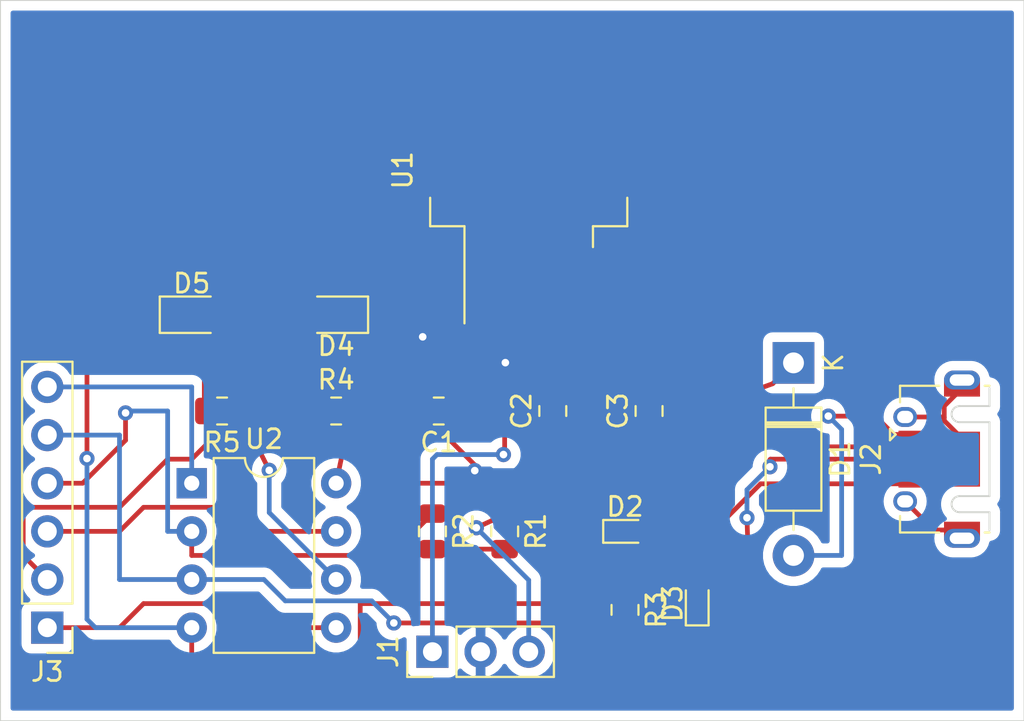
<source format=kicad_pcb>
(kicad_pcb (version 20171130) (host pcbnew "(5.1.6)-1")

  (general
    (thickness 1.6)
    (drawings 5)
    (tracks 174)
    (zones 0)
    (modules 18)
    (nets 18)
  )

  (page A4)
  (layers
    (0 F.Cu signal)
    (31 B.Cu signal)
    (32 B.Adhes user)
    (33 F.Adhes user)
    (34 B.Paste user)
    (35 F.Paste user)
    (36 B.SilkS user)
    (37 F.SilkS user)
    (38 B.Mask user)
    (39 F.Mask user)
    (40 Dwgs.User user)
    (41 Cmts.User user)
    (42 Eco1.User user)
    (43 Eco2.User user)
    (44 Edge.Cuts user)
    (45 Margin user)
    (46 B.CrtYd user)
    (47 F.CrtYd user)
    (48 B.Fab user)
    (49 F.Fab user hide)
  )

  (setup
    (last_trace_width 0.25)
    (user_trace_width 0.35)
    (user_trace_width 0.5)
    (user_trace_width 0.75)
    (user_trace_width 1)
    (user_trace_width 2)
    (trace_clearance 0.2)
    (zone_clearance 0.508)
    (zone_45_only no)
    (trace_min 0.2)
    (via_size 0.8)
    (via_drill 0.4)
    (via_min_size 0.4)
    (via_min_drill 0.3)
    (user_via 2.2 1)
    (uvia_size 0.3)
    (uvia_drill 0.1)
    (uvias_allowed no)
    (uvia_min_size 0.2)
    (uvia_min_drill 0.1)
    (edge_width 0.05)
    (segment_width 0.2)
    (pcb_text_width 0.3)
    (pcb_text_size 1.5 1.5)
    (mod_edge_width 0.12)
    (mod_text_size 1 1)
    (mod_text_width 0.15)
    (pad_size 1.524 1.524)
    (pad_drill 0.762)
    (pad_to_mask_clearance 0.05)
    (aux_axis_origin 74 91)
    (visible_elements FFFFFF7F)
    (pcbplotparams
      (layerselection 0x010fc_ffffffff)
      (usegerberextensions false)
      (usegerberattributes true)
      (usegerberadvancedattributes true)
      (creategerberjobfile true)
      (excludeedgelayer true)
      (linewidth 0.100000)
      (plotframeref false)
      (viasonmask false)
      (mode 1)
      (useauxorigin false)
      (hpglpennumber 1)
      (hpglpenspeed 20)
      (hpglpendiameter 15.000000)
      (psnegative false)
      (psa4output false)
      (plotreference true)
      (plotvalue true)
      (plotinvisibletext false)
      (padsonsilk false)
      (subtractmaskfromsilk false)
      (outputformat 1)
      (mirror false)
      (drillshape 1)
      (scaleselection 1)
      (outputdirectory ""))
  )

  (net 0 "")
  (net 1 GNDD)
  (net 2 "Net-(C1-Pad1)")
  (net 3 "Net-(C2-Pad1)")
  (net 4 "Net-(D1-Pad2)")
  (net 5 "Net-(D2-Pad1)")
  (net 6 "Net-(D2-Pad2)")
  (net 7 "Net-(D3-Pad1)")
  (net 8 "Net-(D4-Pad2)")
  (net 9 "Net-(D5-Pad2)")
  (net 10 "Net-(J2-Pad6)")
  (net 11 "Net-(J2-Pad4)")
  (net 12 "Net-(J3-Pad6)")
  (net 13 "Net-(J3-Pad5)")
  (net 14 "Net-(J3-Pad4)")
  (net 15 "Net-(J3-Pad3)")
  (net 16 "Net-(J3-Pad2)")
  (net 17 "Net-(J3-Pad1)")

  (net_class Default "This is the default net class."
    (clearance 0.2)
    (trace_width 0.25)
    (via_dia 0.8)
    (via_drill 0.4)
    (uvia_dia 0.3)
    (uvia_drill 0.1)
    (add_net GNDD)
    (add_net "Net-(C1-Pad1)")
    (add_net "Net-(C2-Pad1)")
    (add_net "Net-(D1-Pad2)")
    (add_net "Net-(D2-Pad1)")
    (add_net "Net-(D2-Pad2)")
    (add_net "Net-(D3-Pad1)")
    (add_net "Net-(D4-Pad2)")
    (add_net "Net-(D5-Pad2)")
    (add_net "Net-(J2-Pad4)")
    (add_net "Net-(J2-Pad6)")
    (add_net "Net-(J3-Pad1)")
    (add_net "Net-(J3-Pad2)")
    (add_net "Net-(J3-Pad3)")
    (add_net "Net-(J3-Pad4)")
    (add_net "Net-(J3-Pad5)")
    (add_net "Net-(J3-Pad6)")
  )

  (module Package_DIP:DIP-8_W7.62mm (layer F.Cu) (tedit 5A02E8C5) (tstamp 6101D3C0)
    (at 85.09 77.47)
    (descr "8-lead though-hole mounted DIP package, row spacing 7.62 mm (300 mils)")
    (tags "THT DIP DIL PDIP 2.54mm 7.62mm 300mil")
    (path /60FBE44A)
    (fp_text reference U2 (at 3.81 -2.33) (layer F.SilkS)
      (effects (font (size 1 1) (thickness 0.15)))
    )
    (fp_text value ATtiny85-20PU (at 3.81 9.95) (layer F.Fab)
      (effects (font (size 1 1) (thickness 0.15)))
    )
    (fp_text user %R (at 3.81 3.81) (layer F.Fab)
      (effects (font (size 1 1) (thickness 0.15)))
    )
    (fp_arc (start 3.81 -1.33) (end 2.81 -1.33) (angle -180) (layer F.SilkS) (width 0.12))
    (fp_line (start 1.635 -1.27) (end 6.985 -1.27) (layer F.Fab) (width 0.1))
    (fp_line (start 6.985 -1.27) (end 6.985 8.89) (layer F.Fab) (width 0.1))
    (fp_line (start 6.985 8.89) (end 0.635 8.89) (layer F.Fab) (width 0.1))
    (fp_line (start 0.635 8.89) (end 0.635 -0.27) (layer F.Fab) (width 0.1))
    (fp_line (start 0.635 -0.27) (end 1.635 -1.27) (layer F.Fab) (width 0.1))
    (fp_line (start 2.81 -1.33) (end 1.16 -1.33) (layer F.SilkS) (width 0.12))
    (fp_line (start 1.16 -1.33) (end 1.16 8.95) (layer F.SilkS) (width 0.12))
    (fp_line (start 1.16 8.95) (end 6.46 8.95) (layer F.SilkS) (width 0.12))
    (fp_line (start 6.46 8.95) (end 6.46 -1.33) (layer F.SilkS) (width 0.12))
    (fp_line (start 6.46 -1.33) (end 4.81 -1.33) (layer F.SilkS) (width 0.12))
    (fp_line (start -1.1 -1.55) (end -1.1 9.15) (layer F.CrtYd) (width 0.05))
    (fp_line (start -1.1 9.15) (end 8.7 9.15) (layer F.CrtYd) (width 0.05))
    (fp_line (start 8.7 9.15) (end 8.7 -1.55) (layer F.CrtYd) (width 0.05))
    (fp_line (start 8.7 -1.55) (end -1.1 -1.55) (layer F.CrtYd) (width 0.05))
    (pad 8 thru_hole oval (at 7.62 0) (size 1.6 1.6) (drill 0.8) (layers *.Cu *.Mask)
      (net 3 "Net-(C2-Pad1)"))
    (pad 4 thru_hole oval (at 0 7.62) (size 1.6 1.6) (drill 0.8) (layers *.Cu *.Mask)
      (net 6 "Net-(D2-Pad2)"))
    (pad 7 thru_hole oval (at 7.62 2.54) (size 1.6 1.6) (drill 0.8) (layers *.Cu *.Mask)
      (net 15 "Net-(J3-Pad3)"))
    (pad 3 thru_hole oval (at 0 5.08) (size 1.6 1.6) (drill 0.8) (layers *.Cu *.Mask)
      (net 13 "Net-(J3-Pad5)"))
    (pad 6 thru_hole oval (at 7.62 5.08) (size 1.6 1.6) (drill 0.8) (layers *.Cu *.Mask)
      (net 16 "Net-(J3-Pad2)"))
    (pad 2 thru_hole oval (at 0 2.54) (size 1.6 1.6) (drill 0.8) (layers *.Cu *.Mask)
      (net 14 "Net-(J3-Pad4)"))
    (pad 5 thru_hole oval (at 7.62 7.62) (size 1.6 1.6) (drill 0.8) (layers *.Cu *.Mask)
      (net 17 "Net-(J3-Pad1)"))
    (pad 1 thru_hole rect (at 0 0) (size 1.6 1.6) (drill 0.8) (layers *.Cu *.Mask)
      (net 12 "Net-(J3-Pad6)"))
    (model ${KISYS3DMOD}/Package_DIP.3dshapes/DIP-8_W7.62mm.wrl
      (at (xyz 0 0 0))
      (scale (xyz 1 1 1))
      (rotate (xyz 0 0 0))
    )
  )

  (module Package_TO_SOT_SMD:TO-263-3_TabPin4 (layer F.Cu) (tedit 5A70FB9B) (tstamp 6101D3A4)
    (at 102.87 60.96 90)
    (descr "TO-263 / D2PAK / DDPAK SMD package, http://www.infineon.com/cms/en/product/packages/PG-TO263/PG-TO263-3-1/")
    (tags "D2PAK DDPAK TO-263 D2PAK-3 TO-263-3 SOT-404")
    (path /60FB34D3)
    (attr smd)
    (fp_text reference U1 (at 0 -6.65 90) (layer F.SilkS)
      (effects (font (size 1 1) (thickness 0.15)))
    )
    (fp_text value L7805 (at 0 6.65 90) (layer F.Fab)
      (effects (font (size 1 1) (thickness 0.15)))
    )
    (fp_text user %R (at 0 0 90) (layer F.Fab)
      (effects (font (size 1 1) (thickness 0.15)))
    )
    (fp_line (start 6.5 -5) (end 7.5 -5) (layer F.Fab) (width 0.1))
    (fp_line (start 7.5 -5) (end 7.5 5) (layer F.Fab) (width 0.1))
    (fp_line (start 7.5 5) (end 6.5 5) (layer F.Fab) (width 0.1))
    (fp_line (start 6.5 -5) (end 6.5 5) (layer F.Fab) (width 0.1))
    (fp_line (start 6.5 5) (end -2.75 5) (layer F.Fab) (width 0.1))
    (fp_line (start -2.75 5) (end -2.75 -4) (layer F.Fab) (width 0.1))
    (fp_line (start -2.75 -4) (end -1.75 -5) (layer F.Fab) (width 0.1))
    (fp_line (start -1.75 -5) (end 6.5 -5) (layer F.Fab) (width 0.1))
    (fp_line (start -2.75 -3.04) (end -7.45 -3.04) (layer F.Fab) (width 0.1))
    (fp_line (start -7.45 -3.04) (end -7.45 -2.04) (layer F.Fab) (width 0.1))
    (fp_line (start -7.45 -2.04) (end -2.75 -2.04) (layer F.Fab) (width 0.1))
    (fp_line (start -2.75 -0.5) (end -7.45 -0.5) (layer F.Fab) (width 0.1))
    (fp_line (start -7.45 -0.5) (end -7.45 0.5) (layer F.Fab) (width 0.1))
    (fp_line (start -7.45 0.5) (end -2.75 0.5) (layer F.Fab) (width 0.1))
    (fp_line (start -2.75 2.04) (end -7.45 2.04) (layer F.Fab) (width 0.1))
    (fp_line (start -7.45 2.04) (end -7.45 3.04) (layer F.Fab) (width 0.1))
    (fp_line (start -7.45 3.04) (end -2.75 3.04) (layer F.Fab) (width 0.1))
    (fp_line (start -1.45 -5.2) (end -2.95 -5.2) (layer F.SilkS) (width 0.12))
    (fp_line (start -2.95 -5.2) (end -2.95 -3.39) (layer F.SilkS) (width 0.12))
    (fp_line (start -2.95 -3.39) (end -8.075 -3.39) (layer F.SilkS) (width 0.12))
    (fp_line (start -1.45 5.2) (end -2.95 5.2) (layer F.SilkS) (width 0.12))
    (fp_line (start -2.95 5.2) (end -2.95 3.39) (layer F.SilkS) (width 0.12))
    (fp_line (start -2.95 3.39) (end -4.05 3.39) (layer F.SilkS) (width 0.12))
    (fp_line (start -8.32 -5.65) (end -8.32 5.65) (layer F.CrtYd) (width 0.05))
    (fp_line (start -8.32 5.65) (end 8.32 5.65) (layer F.CrtYd) (width 0.05))
    (fp_line (start 8.32 5.65) (end 8.32 -5.65) (layer F.CrtYd) (width 0.05))
    (fp_line (start 8.32 -5.65) (end -8.32 -5.65) (layer F.CrtYd) (width 0.05))
    (pad "" smd rect (at 0.95 2.775 90) (size 4.55 5.25) (layers F.Paste))
    (pad "" smd rect (at 5.8 -2.775 90) (size 4.55 5.25) (layers F.Paste))
    (pad "" smd rect (at 0.95 -2.775 90) (size 4.55 5.25) (layers F.Paste))
    (pad "" smd rect (at 5.8 2.775 90) (size 4.55 5.25) (layers F.Paste))
    (pad 4 smd rect (at 3.375 0 90) (size 9.4 10.8) (layers F.Cu F.Mask))
    (pad 3 smd rect (at -5.775 2.54 90) (size 4.6 1.1) (layers F.Cu F.Paste F.Mask)
      (net 3 "Net-(C2-Pad1)"))
    (pad 2 smd rect (at -5.775 0 90) (size 4.6 1.1) (layers F.Cu F.Paste F.Mask)
      (net 1 GNDD))
    (pad 1 smd rect (at -5.775 -2.54 90) (size 4.6 1.1) (layers F.Cu F.Paste F.Mask)
      (net 2 "Net-(C1-Pad1)"))
    (model ${KISYS3DMOD}/Package_TO_SOT_SMD.3dshapes/TO-263-3_TabPin4.wrl
      (at (xyz 0 0 0))
      (scale (xyz 1 1 1))
      (rotate (xyz 0 0 0))
    )
  )

  (module Resistor_SMD:R_0805_2012Metric (layer F.Cu) (tedit 5B36C52B) (tstamp 6101D37C)
    (at 86.6925 73.66 180)
    (descr "Resistor SMD 0805 (2012 Metric), square (rectangular) end terminal, IPC_7351 nominal, (Body size source: https://docs.google.com/spreadsheets/d/1BsfQQcO9C6DZCsRaXUlFlo91Tg2WpOkGARC1WS5S8t0/edit?usp=sharing), generated with kicad-footprint-generator")
    (tags resistor)
    (path /60FC2B88)
    (attr smd)
    (fp_text reference R5 (at 0 -1.65) (layer F.SilkS)
      (effects (font (size 1 1) (thickness 0.15)))
    )
    (fp_text value 1k (at 0 1.65) (layer F.Fab)
      (effects (font (size 1 1) (thickness 0.15)))
    )
    (fp_text user %R (at 0 0) (layer F.Fab)
      (effects (font (size 0.5 0.5) (thickness 0.08)))
    )
    (fp_line (start -1 0.6) (end -1 -0.6) (layer F.Fab) (width 0.1))
    (fp_line (start -1 -0.6) (end 1 -0.6) (layer F.Fab) (width 0.1))
    (fp_line (start 1 -0.6) (end 1 0.6) (layer F.Fab) (width 0.1))
    (fp_line (start 1 0.6) (end -1 0.6) (layer F.Fab) (width 0.1))
    (fp_line (start -0.258578 -0.71) (end 0.258578 -0.71) (layer F.SilkS) (width 0.12))
    (fp_line (start -0.258578 0.71) (end 0.258578 0.71) (layer F.SilkS) (width 0.12))
    (fp_line (start -1.68 0.95) (end -1.68 -0.95) (layer F.CrtYd) (width 0.05))
    (fp_line (start -1.68 -0.95) (end 1.68 -0.95) (layer F.CrtYd) (width 0.05))
    (fp_line (start 1.68 -0.95) (end 1.68 0.95) (layer F.CrtYd) (width 0.05))
    (fp_line (start 1.68 0.95) (end -1.68 0.95) (layer F.CrtYd) (width 0.05))
    (pad 2 smd roundrect (at 0.9375 0 180) (size 0.975 1.4) (layers F.Cu F.Paste F.Mask) (roundrect_rratio 0.25)
      (net 9 "Net-(D5-Pad2)"))
    (pad 1 smd roundrect (at -0.9375 0 180) (size 0.975 1.4) (layers F.Cu F.Paste F.Mask) (roundrect_rratio 0.25)
      (net 16 "Net-(J3-Pad2)"))
    (model ${KISYS3DMOD}/Resistor_SMD.3dshapes/R_0805_2012Metric.wrl
      (at (xyz 0 0 0))
      (scale (xyz 1 1 1))
      (rotate (xyz 0 0 0))
    )
  )

  (module Resistor_SMD:R_0805_2012Metric (layer F.Cu) (tedit 5B36C52B) (tstamp 6101D36B)
    (at 92.71 73.66)
    (descr "Resistor SMD 0805 (2012 Metric), square (rectangular) end terminal, IPC_7351 nominal, (Body size source: https://docs.google.com/spreadsheets/d/1BsfQQcO9C6DZCsRaXUlFlo91Tg2WpOkGARC1WS5S8t0/edit?usp=sharing), generated with kicad-footprint-generator")
    (tags resistor)
    (path /60FC332F)
    (attr smd)
    (fp_text reference R4 (at 0 -1.65) (layer F.SilkS)
      (effects (font (size 1 1) (thickness 0.15)))
    )
    (fp_text value 1k (at 0 1.65) (layer F.Fab)
      (effects (font (size 1 1) (thickness 0.15)))
    )
    (fp_text user %R (at 0 0) (layer F.Fab)
      (effects (font (size 0.5 0.5) (thickness 0.08)))
    )
    (fp_line (start -1 0.6) (end -1 -0.6) (layer F.Fab) (width 0.1))
    (fp_line (start -1 -0.6) (end 1 -0.6) (layer F.Fab) (width 0.1))
    (fp_line (start 1 -0.6) (end 1 0.6) (layer F.Fab) (width 0.1))
    (fp_line (start 1 0.6) (end -1 0.6) (layer F.Fab) (width 0.1))
    (fp_line (start -0.258578 -0.71) (end 0.258578 -0.71) (layer F.SilkS) (width 0.12))
    (fp_line (start -0.258578 0.71) (end 0.258578 0.71) (layer F.SilkS) (width 0.12))
    (fp_line (start -1.68 0.95) (end -1.68 -0.95) (layer F.CrtYd) (width 0.05))
    (fp_line (start -1.68 -0.95) (end 1.68 -0.95) (layer F.CrtYd) (width 0.05))
    (fp_line (start 1.68 -0.95) (end 1.68 0.95) (layer F.CrtYd) (width 0.05))
    (fp_line (start 1.68 0.95) (end -1.68 0.95) (layer F.CrtYd) (width 0.05))
    (pad 2 smd roundrect (at 0.9375 0) (size 0.975 1.4) (layers F.Cu F.Paste F.Mask) (roundrect_rratio 0.25)
      (net 3 "Net-(C2-Pad1)"))
    (pad 1 smd roundrect (at -0.9375 0) (size 0.975 1.4) (layers F.Cu F.Paste F.Mask) (roundrect_rratio 0.25)
      (net 8 "Net-(D4-Pad2)"))
    (model ${KISYS3DMOD}/Resistor_SMD.3dshapes/R_0805_2012Metric.wrl
      (at (xyz 0 0 0))
      (scale (xyz 1 1 1))
      (rotate (xyz 0 0 0))
    )
  )

  (module Resistor_SMD:R_0805_2012Metric (layer F.Cu) (tedit 5B36C52B) (tstamp 6101D35A)
    (at 107.95 84.1525 270)
    (descr "Resistor SMD 0805 (2012 Metric), square (rectangular) end terminal, IPC_7351 nominal, (Body size source: https://docs.google.com/spreadsheets/d/1BsfQQcO9C6DZCsRaXUlFlo91Tg2WpOkGARC1WS5S8t0/edit?usp=sharing), generated with kicad-footprint-generator")
    (tags resistor)
    (path /60FC242D)
    (attr smd)
    (fp_text reference R3 (at 0 -1.65 90) (layer F.SilkS)
      (effects (font (size 1 1) (thickness 0.15)))
    )
    (fp_text value 68 (at 0 1.65 90) (layer F.Fab)
      (effects (font (size 1 1) (thickness 0.15)))
    )
    (fp_text user %R (at 0 0 90) (layer F.Fab)
      (effects (font (size 0.5 0.5) (thickness 0.08)))
    )
    (fp_line (start -1 0.6) (end -1 -0.6) (layer F.Fab) (width 0.1))
    (fp_line (start -1 -0.6) (end 1 -0.6) (layer F.Fab) (width 0.1))
    (fp_line (start 1 -0.6) (end 1 0.6) (layer F.Fab) (width 0.1))
    (fp_line (start 1 0.6) (end -1 0.6) (layer F.Fab) (width 0.1))
    (fp_line (start -0.258578 -0.71) (end 0.258578 -0.71) (layer F.SilkS) (width 0.12))
    (fp_line (start -0.258578 0.71) (end 0.258578 0.71) (layer F.SilkS) (width 0.12))
    (fp_line (start -1.68 0.95) (end -1.68 -0.95) (layer F.CrtYd) (width 0.05))
    (fp_line (start -1.68 -0.95) (end 1.68 -0.95) (layer F.CrtYd) (width 0.05))
    (fp_line (start 1.68 -0.95) (end 1.68 0.95) (layer F.CrtYd) (width 0.05))
    (fp_line (start 1.68 0.95) (end -1.68 0.95) (layer F.CrtYd) (width 0.05))
    (pad 2 smd roundrect (at 0.9375 0 270) (size 0.975 1.4) (layers F.Cu F.Paste F.Mask) (roundrect_rratio 0.25)
      (net 7 "Net-(D3-Pad1)"))
    (pad 1 smd roundrect (at -0.9375 0 270) (size 0.975 1.4) (layers F.Cu F.Paste F.Mask) (roundrect_rratio 0.25)
      (net 13 "Net-(J3-Pad5)"))
    (model ${KISYS3DMOD}/Resistor_SMD.3dshapes/R_0805_2012Metric.wrl
      (at (xyz 0 0 0))
      (scale (xyz 1 1 1))
      (rotate (xyz 0 0 0))
    )
  )

  (module Resistor_SMD:R_0805_2012Metric (layer F.Cu) (tedit 5B36C52B) (tstamp 6101D349)
    (at 97.79 80.01 270)
    (descr "Resistor SMD 0805 (2012 Metric), square (rectangular) end terminal, IPC_7351 nominal, (Body size source: https://docs.google.com/spreadsheets/d/1BsfQQcO9C6DZCsRaXUlFlo91Tg2WpOkGARC1WS5S8t0/edit?usp=sharing), generated with kicad-footprint-generator")
    (tags resistor)
    (path /60FC1E89)
    (attr smd)
    (fp_text reference R2 (at 0 -1.65 90) (layer F.SilkS)
      (effects (font (size 1 1) (thickness 0.15)))
    )
    (fp_text value 68 (at 0 1.65 90) (layer F.Fab)
      (effects (font (size 1 1) (thickness 0.15)))
    )
    (fp_text user %R (at 0 0 90) (layer F.Fab)
      (effects (font (size 0.5 0.5) (thickness 0.08)))
    )
    (fp_line (start -1 0.6) (end -1 -0.6) (layer F.Fab) (width 0.1))
    (fp_line (start -1 -0.6) (end 1 -0.6) (layer F.Fab) (width 0.1))
    (fp_line (start 1 -0.6) (end 1 0.6) (layer F.Fab) (width 0.1))
    (fp_line (start 1 0.6) (end -1 0.6) (layer F.Fab) (width 0.1))
    (fp_line (start -0.258578 -0.71) (end 0.258578 -0.71) (layer F.SilkS) (width 0.12))
    (fp_line (start -0.258578 0.71) (end 0.258578 0.71) (layer F.SilkS) (width 0.12))
    (fp_line (start -1.68 0.95) (end -1.68 -0.95) (layer F.CrtYd) (width 0.05))
    (fp_line (start -1.68 -0.95) (end 1.68 -0.95) (layer F.CrtYd) (width 0.05))
    (fp_line (start 1.68 -0.95) (end 1.68 0.95) (layer F.CrtYd) (width 0.05))
    (fp_line (start 1.68 0.95) (end -1.68 0.95) (layer F.CrtYd) (width 0.05))
    (pad 2 smd roundrect (at 0.9375 0 270) (size 0.975 1.4) (layers F.Cu F.Paste F.Mask) (roundrect_rratio 0.25)
      (net 5 "Net-(D2-Pad1)"))
    (pad 1 smd roundrect (at -0.9375 0 270) (size 0.975 1.4) (layers F.Cu F.Paste F.Mask) (roundrect_rratio 0.25)
      (net 14 "Net-(J3-Pad4)"))
    (model ${KISYS3DMOD}/Resistor_SMD.3dshapes/R_0805_2012Metric.wrl
      (at (xyz 0 0 0))
      (scale (xyz 1 1 1))
      (rotate (xyz 0 0 0))
    )
  )

  (module Resistor_SMD:R_0805_2012Metric (layer F.Cu) (tedit 5B36C52B) (tstamp 6101D338)
    (at 101.6 80.01 270)
    (descr "Resistor SMD 0805 (2012 Metric), square (rectangular) end terminal, IPC_7351 nominal, (Body size source: https://docs.google.com/spreadsheets/d/1BsfQQcO9C6DZCsRaXUlFlo91Tg2WpOkGARC1WS5S8t0/edit?usp=sharing), generated with kicad-footprint-generator")
    (tags resistor)
    (path /60FC12F5)
    (attr smd)
    (fp_text reference R1 (at 0 -1.65 90) (layer F.SilkS)
      (effects (font (size 1 1) (thickness 0.15)))
    )
    (fp_text value 1k (at 0 1.65 90) (layer F.Fab)
      (effects (font (size 1 1) (thickness 0.15)))
    )
    (fp_text user %R (at 0 0 90) (layer F.Fab)
      (effects (font (size 0.5 0.5) (thickness 0.08)))
    )
    (fp_line (start -1 0.6) (end -1 -0.6) (layer F.Fab) (width 0.1))
    (fp_line (start -1 -0.6) (end 1 -0.6) (layer F.Fab) (width 0.1))
    (fp_line (start 1 -0.6) (end 1 0.6) (layer F.Fab) (width 0.1))
    (fp_line (start 1 0.6) (end -1 0.6) (layer F.Fab) (width 0.1))
    (fp_line (start -0.258578 -0.71) (end 0.258578 -0.71) (layer F.SilkS) (width 0.12))
    (fp_line (start -0.258578 0.71) (end 0.258578 0.71) (layer F.SilkS) (width 0.12))
    (fp_line (start -1.68 0.95) (end -1.68 -0.95) (layer F.CrtYd) (width 0.05))
    (fp_line (start -1.68 -0.95) (end 1.68 -0.95) (layer F.CrtYd) (width 0.05))
    (fp_line (start 1.68 -0.95) (end 1.68 0.95) (layer F.CrtYd) (width 0.05))
    (fp_line (start 1.68 0.95) (end -1.68 0.95) (layer F.CrtYd) (width 0.05))
    (pad 2 smd roundrect (at 0.9375 0 270) (size 0.975 1.4) (layers F.Cu F.Paste F.Mask) (roundrect_rratio 0.25)
      (net 5 "Net-(D2-Pad1)"))
    (pad 1 smd roundrect (at -0.9375 0 270) (size 0.975 1.4) (layers F.Cu F.Paste F.Mask) (roundrect_rratio 0.25)
      (net 3 "Net-(C2-Pad1)"))
    (model ${KISYS3DMOD}/Resistor_SMD.3dshapes/R_0805_2012Metric.wrl
      (at (xyz 0 0 0))
      (scale (xyz 1 1 1))
      (rotate (xyz 0 0 0))
    )
  )

  (module Connector_PinHeader_2.54mm:PinHeader_1x06_P2.54mm_Vertical (layer F.Cu) (tedit 59FED5CC) (tstamp 6101D327)
    (at 77.47 85.09 180)
    (descr "Through hole straight pin header, 1x06, 2.54mm pitch, single row")
    (tags "Through hole pin header THT 1x06 2.54mm single row")
    (path /60FC3D1A)
    (fp_text reference J3 (at 0 -2.33) (layer F.SilkS)
      (effects (font (size 1 1) (thickness 0.15)))
    )
    (fp_text value Conn_01x06_Male (at 0 15.03) (layer F.Fab)
      (effects (font (size 1 1) (thickness 0.15)))
    )
    (fp_text user %R (at 0 8.57 90) (layer F.Fab)
      (effects (font (size 1 1) (thickness 0.15)))
    )
    (fp_line (start -0.635 -1.27) (end 1.27 -1.27) (layer F.Fab) (width 0.1))
    (fp_line (start 1.27 -1.27) (end 1.27 13.97) (layer F.Fab) (width 0.1))
    (fp_line (start 1.27 13.97) (end -1.27 13.97) (layer F.Fab) (width 0.1))
    (fp_line (start -1.27 13.97) (end -1.27 -0.635) (layer F.Fab) (width 0.1))
    (fp_line (start -1.27 -0.635) (end -0.635 -1.27) (layer F.Fab) (width 0.1))
    (fp_line (start -1.33 14.03) (end 1.33 14.03) (layer F.SilkS) (width 0.12))
    (fp_line (start -1.33 1.27) (end -1.33 14.03) (layer F.SilkS) (width 0.12))
    (fp_line (start 1.33 1.27) (end 1.33 14.03) (layer F.SilkS) (width 0.12))
    (fp_line (start -1.33 1.27) (end 1.33 1.27) (layer F.SilkS) (width 0.12))
    (fp_line (start -1.33 0) (end -1.33 -1.33) (layer F.SilkS) (width 0.12))
    (fp_line (start -1.33 -1.33) (end 0 -1.33) (layer F.SilkS) (width 0.12))
    (fp_line (start -1.8 -1.8) (end -1.8 14.5) (layer F.CrtYd) (width 0.05))
    (fp_line (start -1.8 14.5) (end 1.8 14.5) (layer F.CrtYd) (width 0.05))
    (fp_line (start 1.8 14.5) (end 1.8 -1.8) (layer F.CrtYd) (width 0.05))
    (fp_line (start 1.8 -1.8) (end -1.8 -1.8) (layer F.CrtYd) (width 0.05))
    (pad 6 thru_hole oval (at 0 12.7 180) (size 1.7 1.7) (drill 1) (layers *.Cu *.Mask)
      (net 12 "Net-(J3-Pad6)"))
    (pad 5 thru_hole oval (at 0 10.16 180) (size 1.7 1.7) (drill 1) (layers *.Cu *.Mask)
      (net 13 "Net-(J3-Pad5)"))
    (pad 4 thru_hole oval (at 0 7.62 180) (size 1.7 1.7) (drill 1) (layers *.Cu *.Mask)
      (net 14 "Net-(J3-Pad4)"))
    (pad 3 thru_hole oval (at 0 5.08 180) (size 1.7 1.7) (drill 1) (layers *.Cu *.Mask)
      (net 15 "Net-(J3-Pad3)"))
    (pad 2 thru_hole oval (at 0 2.54 180) (size 1.7 1.7) (drill 1) (layers *.Cu *.Mask)
      (net 16 "Net-(J3-Pad2)"))
    (pad 1 thru_hole rect (at 0 0 180) (size 1.7 1.7) (drill 1) (layers *.Cu *.Mask)
      (net 17 "Net-(J3-Pad1)"))
    (model ${KISYS3DMOD}/Connector_PinHeader_2.54mm.3dshapes/PinHeader_1x06_P2.54mm_Vertical.wrl
      (at (xyz 0 0 0))
      (scale (xyz 1 1 1))
      (rotate (xyz 0 0 0))
    )
  )

  (module Connector_USB:USB_Micro-AB_Molex_47590-0001 (layer F.Cu) (tedit 5DAEB89E) (tstamp 6101D30D)
    (at 125.73 76.2 90)
    (descr "Micro USB AB receptable, right-angle inverted (https://www.molex.com/pdm_docs/sd/475900001_sd.pdf)")
    (tags "Micro AB USB SMD")
    (path /60FB4BE5)
    (attr smd)
    (fp_text reference J2 (at 0 -4.8 270) (layer F.SilkS)
      (effects (font (size 1 1) (thickness 0.15)))
    )
    (fp_text value USB_B_Micro (at 0 3.5 90) (layer F.Fab)
      (effects (font (size 1 1) (thickness 0.15)))
    )
    (fp_text user "PCB Edge" (at 0 1.45 90) (layer Dwgs.User)
      (effects (font (size 0.4 0.4) (thickness 0.04)))
    )
    (fp_text user %R (at 0 -1.5 90) (layer F.Fab)
      (effects (font (size 1 1) (thickness 0.15)))
    )
    (fp_arc (start -2.375 -0.125) (end -2.8 -0.125) (angle 180) (layer Edge.Cuts) (width 0.1))
    (fp_arc (start 2.375 -0.125) (end 1.95 -0.125) (angle 180) (layer Edge.Cuts) (width 0.1))
    (fp_line (start 1 -3.8) (end 1.6 -3.8) (layer F.SilkS) (width 0.12))
    (fp_line (start 1.3 -3.5) (end 1.6 -3.8) (layer F.SilkS) (width 0.12))
    (fp_line (start 1.3 -3.5) (end 1 -3.8) (layer F.SilkS) (width 0.12))
    (fp_line (start -3.87 -3.27) (end -3 -3.27) (layer F.SilkS) (width 0.12))
    (fp_line (start -5.18 2.65) (end 5.18 2.65) (layer F.CrtYd) (width 0.05))
    (fp_line (start -5.18 -4.13) (end -5.18 2.65) (layer F.CrtYd) (width 0.05))
    (fp_line (start 5.18 -4.13) (end 5.18 2.65) (layer F.CrtYd) (width 0.05))
    (fp_line (start -5.18 -4.13) (end 5.18 -4.13) (layer F.CrtYd) (width 0.05))
    (fp_line (start -3.75 -3.15) (end 3.75 -3.15) (layer F.Fab) (width 0.1))
    (fp_line (start 3.75 -3.15) (end 3.75 1.45) (layer F.Fab) (width 0.1))
    (fp_line (start 2.8 1.45) (end 3.75 1.45) (layer Edge.Cuts) (width 0.1))
    (fp_line (start 2.8 -0.125) (end 2.8 1.45) (layer Edge.Cuts) (width 0.1))
    (fp_line (start 1.95 -0.125) (end 1.95 1.45) (layer Edge.Cuts) (width 0.1))
    (fp_line (start -1.95 1.45) (end 1.95 1.45) (layer Edge.Cuts) (width 0.1))
    (fp_line (start -1.95 -0.125) (end -1.95 1.45) (layer Edge.Cuts) (width 0.1))
    (fp_line (start -2.8 -0.125) (end -2.8 1.45) (layer Edge.Cuts) (width 0.1))
    (fp_line (start -3.75 1.45) (end -2.8 1.45) (layer Edge.Cuts) (width 0.1))
    (fp_line (start -3.75 -3.15) (end -3.75 1.45) (layer F.Fab) (width 0.1))
    (fp_line (start -3.75 2.15) (end 3.75 2.15) (layer F.Fab) (width 0.1))
    (fp_line (start 3.87 -3.27) (end 3.87 -1.2) (layer F.SilkS) (width 0.12))
    (fp_line (start -3.87 -3.27) (end -3.87 -1.2) (layer F.SilkS) (width 0.12))
    (fp_line (start 3 -3.27) (end 3.87 -3.27) (layer F.SilkS) (width 0.12))
    (fp_line (start 3.87 1.2) (end 3.87 1.45) (layer F.SilkS) (width 0.12))
    (fp_line (start -3.87 1.2) (end -3.87 1.45) (layer F.SilkS) (width 0.12))
    (fp_line (start -3.75 1.45) (end 3.75 1.45) (layer F.Fab) (width 0.1))
    (pad "" smd rect (at -3.5 0 90) (size 0.3 0.85) (layers F.Paste))
    (pad "" smd rect (at 3.5 0 90) (size 0.3 0.85) (layers F.Paste))
    (pad 6 smd rect (at -3.7375 0 90) (size 0.875 1.9) (layers F.Cu F.Mask)
      (net 10 "Net-(J2-Pad6)"))
    (pad 6 smd rect (at 3.7375 0 90) (size 0.875 1.9) (layers F.Cu F.Mask)
      (net 10 "Net-(J2-Pad6)"))
    (pad 6 smd rect (at 0 0 90) (size 2.9 1.9) (layers F.Cu F.Paste F.Mask)
      (net 10 "Net-(J2-Pad6)"))
    (pad 2 smd rect (at 0.65 -2.675 90) (size 0.4 1.35) (layers F.Cu F.Paste F.Mask)
      (net 5 "Net-(D2-Pad1)"))
    (pad 6 thru_hole oval (at 4.175 0 90) (size 1 1.9) (drill oval 0.6 1.3) (layers *.Cu *.Mask)
      (net 10 "Net-(J2-Pad6)"))
    (pad 6 thru_hole oval (at -4.175 0 90) (size 1 1.9) (drill oval 0.6 1.3) (layers *.Cu *.Mask)
      (net 10 "Net-(J2-Pad6)"))
    (pad 6 thru_hole oval (at 2.225 -3 90) (size 1.05 1.25) (drill oval 0.65 0.85) (layers *.Cu *.Mask)
      (net 10 "Net-(J2-Pad6)"))
    (pad 1 smd rect (at 1.3 -2.675 90) (size 0.4 1.35) (layers F.Cu F.Paste F.Mask)
      (net 4 "Net-(D1-Pad2)"))
    (pad 3 smd rect (at 0 -2.675 90) (size 0.4 1.35) (layers F.Cu F.Paste F.Mask)
      (net 7 "Net-(D3-Pad1)"))
    (pad 4 smd rect (at -0.65 -2.675 90) (size 0.4 1.35) (layers F.Cu F.Paste F.Mask)
      (net 11 "Net-(J2-Pad4)"))
    (pad 5 smd rect (at -1.3 -2.675 90) (size 0.4 1.35) (layers F.Cu F.Paste F.Mask)
      (net 6 "Net-(D2-Pad2)"))
    (pad 6 thru_hole oval (at -2.225 -3 90) (size 1.05 1.25) (drill oval 0.65 0.85) (layers *.Cu *.Mask)
      (net 10 "Net-(J2-Pad6)"))
    (model ${KISYS3DMOD}/Connector_USB.3dshapes/USB_Micro-AB_Molex_47590-0001.wrl
      (at (xyz 0 0 0))
      (scale (xyz 1 1 1))
      (rotate (xyz 0 0 0))
    )
  )

  (module Connector_PinHeader_2.54mm:PinHeader_1x03_P2.54mm_Vertical (layer F.Cu) (tedit 59FED5CC) (tstamp 6101D2DE)
    (at 97.79 86.36 90)
    (descr "Through hole straight pin header, 1x03, 2.54mm pitch, single row")
    (tags "Through hole pin header THT 1x03 2.54mm single row")
    (path /60FB1873)
    (fp_text reference J1 (at 0 -2.33 90) (layer F.SilkS)
      (effects (font (size 1 1) (thickness 0.15)))
    )
    (fp_text value Conn_01x03_Male (at 0 7.41 90) (layer F.Fab)
      (effects (font (size 1 1) (thickness 0.15)))
    )
    (fp_text user %R (at 0 2.54) (layer F.Fab)
      (effects (font (size 1 1) (thickness 0.15)))
    )
    (fp_line (start -0.635 -1.27) (end 1.27 -1.27) (layer F.Fab) (width 0.1))
    (fp_line (start 1.27 -1.27) (end 1.27 6.35) (layer F.Fab) (width 0.1))
    (fp_line (start 1.27 6.35) (end -1.27 6.35) (layer F.Fab) (width 0.1))
    (fp_line (start -1.27 6.35) (end -1.27 -0.635) (layer F.Fab) (width 0.1))
    (fp_line (start -1.27 -0.635) (end -0.635 -1.27) (layer F.Fab) (width 0.1))
    (fp_line (start -1.33 6.41) (end 1.33 6.41) (layer F.SilkS) (width 0.12))
    (fp_line (start -1.33 1.27) (end -1.33 6.41) (layer F.SilkS) (width 0.12))
    (fp_line (start 1.33 1.27) (end 1.33 6.41) (layer F.SilkS) (width 0.12))
    (fp_line (start -1.33 1.27) (end 1.33 1.27) (layer F.SilkS) (width 0.12))
    (fp_line (start -1.33 0) (end -1.33 -1.33) (layer F.SilkS) (width 0.12))
    (fp_line (start -1.33 -1.33) (end 0 -1.33) (layer F.SilkS) (width 0.12))
    (fp_line (start -1.8 -1.8) (end -1.8 6.85) (layer F.CrtYd) (width 0.05))
    (fp_line (start -1.8 6.85) (end 1.8 6.85) (layer F.CrtYd) (width 0.05))
    (fp_line (start 1.8 6.85) (end 1.8 -1.8) (layer F.CrtYd) (width 0.05))
    (fp_line (start 1.8 -1.8) (end -1.8 -1.8) (layer F.CrtYd) (width 0.05))
    (pad 3 thru_hole oval (at 0 5.08 90) (size 1.7 1.7) (drill 1) (layers *.Cu *.Mask)
      (net 3 "Net-(C2-Pad1)"))
    (pad 2 thru_hole oval (at 0 2.54 90) (size 1.7 1.7) (drill 1) (layers *.Cu *.Mask)
      (net 1 GNDD))
    (pad 1 thru_hole rect (at 0 0 90) (size 1.7 1.7) (drill 1) (layers *.Cu *.Mask)
      (net 2 "Net-(C1-Pad1)"))
    (model ${KISYS3DMOD}/Connector_PinHeader_2.54mm.3dshapes/PinHeader_1x03_P2.54mm_Vertical.wrl
      (at (xyz 0 0 0))
      (scale (xyz 1 1 1))
      (rotate (xyz 0 0 0))
    )
  )

  (module LED_SMD:LED_0805_2012Metric (layer F.Cu) (tedit 5B36C52C) (tstamp 6101D2C7)
    (at 85.09 68.58)
    (descr "LED SMD 0805 (2012 Metric), square (rectangular) end terminal, IPC_7351 nominal, (Body size source: https://docs.google.com/spreadsheets/d/1BsfQQcO9C6DZCsRaXUlFlo91Tg2WpOkGARC1WS5S8t0/edit?usp=sharing), generated with kicad-footprint-generator")
    (tags diode)
    (path /60FBFF2A)
    (attr smd)
    (fp_text reference D5 (at 0 -1.65) (layer F.SilkS)
      (effects (font (size 1 1) (thickness 0.15)))
    )
    (fp_text value LED-blue (at 0 1.65) (layer F.Fab)
      (effects (font (size 1 1) (thickness 0.15)))
    )
    (fp_text user %R (at 0 0) (layer F.Fab)
      (effects (font (size 0.5 0.5) (thickness 0.08)))
    )
    (fp_line (start 1 -0.6) (end -0.7 -0.6) (layer F.Fab) (width 0.1))
    (fp_line (start -0.7 -0.6) (end -1 -0.3) (layer F.Fab) (width 0.1))
    (fp_line (start -1 -0.3) (end -1 0.6) (layer F.Fab) (width 0.1))
    (fp_line (start -1 0.6) (end 1 0.6) (layer F.Fab) (width 0.1))
    (fp_line (start 1 0.6) (end 1 -0.6) (layer F.Fab) (width 0.1))
    (fp_line (start 1 -0.96) (end -1.685 -0.96) (layer F.SilkS) (width 0.12))
    (fp_line (start -1.685 -0.96) (end -1.685 0.96) (layer F.SilkS) (width 0.12))
    (fp_line (start -1.685 0.96) (end 1 0.96) (layer F.SilkS) (width 0.12))
    (fp_line (start -1.68 0.95) (end -1.68 -0.95) (layer F.CrtYd) (width 0.05))
    (fp_line (start -1.68 -0.95) (end 1.68 -0.95) (layer F.CrtYd) (width 0.05))
    (fp_line (start 1.68 -0.95) (end 1.68 0.95) (layer F.CrtYd) (width 0.05))
    (fp_line (start 1.68 0.95) (end -1.68 0.95) (layer F.CrtYd) (width 0.05))
    (pad 2 smd roundrect (at 0.9375 0) (size 0.975 1.4) (layers F.Cu F.Paste F.Mask) (roundrect_rratio 0.25)
      (net 9 "Net-(D5-Pad2)"))
    (pad 1 smd roundrect (at -0.9375 0) (size 0.975 1.4) (layers F.Cu F.Paste F.Mask) (roundrect_rratio 0.25)
      (net 6 "Net-(D2-Pad2)"))
    (model ${KISYS3DMOD}/LED_SMD.3dshapes/LED_0805_2012Metric.wrl
      (at (xyz 0 0 0))
      (scale (xyz 1 1 1))
      (rotate (xyz 0 0 0))
    )
  )

  (module LED_SMD:LED_0805_2012Metric (layer F.Cu) (tedit 5B36C52C) (tstamp 6101D2B4)
    (at 92.71 68.58 180)
    (descr "LED SMD 0805 (2012 Metric), square (rectangular) end terminal, IPC_7351 nominal, (Body size source: https://docs.google.com/spreadsheets/d/1BsfQQcO9C6DZCsRaXUlFlo91Tg2WpOkGARC1WS5S8t0/edit?usp=sharing), generated with kicad-footprint-generator")
    (tags diode)
    (path /60FC06E0)
    (attr smd)
    (fp_text reference D4 (at 0 -1.65) (layer F.SilkS)
      (effects (font (size 1 1) (thickness 0.15)))
    )
    (fp_text value LED-red (at 0 1.65) (layer F.Fab)
      (effects (font (size 1 1) (thickness 0.15)))
    )
    (fp_text user %R (at 0 0) (layer F.Fab)
      (effects (font (size 0.5 0.5) (thickness 0.08)))
    )
    (fp_line (start 1 -0.6) (end -0.7 -0.6) (layer F.Fab) (width 0.1))
    (fp_line (start -0.7 -0.6) (end -1 -0.3) (layer F.Fab) (width 0.1))
    (fp_line (start -1 -0.3) (end -1 0.6) (layer F.Fab) (width 0.1))
    (fp_line (start -1 0.6) (end 1 0.6) (layer F.Fab) (width 0.1))
    (fp_line (start 1 0.6) (end 1 -0.6) (layer F.Fab) (width 0.1))
    (fp_line (start 1 -0.96) (end -1.685 -0.96) (layer F.SilkS) (width 0.12))
    (fp_line (start -1.685 -0.96) (end -1.685 0.96) (layer F.SilkS) (width 0.12))
    (fp_line (start -1.685 0.96) (end 1 0.96) (layer F.SilkS) (width 0.12))
    (fp_line (start -1.68 0.95) (end -1.68 -0.95) (layer F.CrtYd) (width 0.05))
    (fp_line (start -1.68 -0.95) (end 1.68 -0.95) (layer F.CrtYd) (width 0.05))
    (fp_line (start 1.68 -0.95) (end 1.68 0.95) (layer F.CrtYd) (width 0.05))
    (fp_line (start 1.68 0.95) (end -1.68 0.95) (layer F.CrtYd) (width 0.05))
    (pad 2 smd roundrect (at 0.9375 0 180) (size 0.975 1.4) (layers F.Cu F.Paste F.Mask) (roundrect_rratio 0.25)
      (net 8 "Net-(D4-Pad2)"))
    (pad 1 smd roundrect (at -0.9375 0 180) (size 0.975 1.4) (layers F.Cu F.Paste F.Mask) (roundrect_rratio 0.25)
      (net 1 GNDD))
    (model ${KISYS3DMOD}/LED_SMD.3dshapes/LED_0805_2012Metric.wrl
      (at (xyz 0 0 0))
      (scale (xyz 1 1 1))
      (rotate (xyz 0 0 0))
    )
  )

  (module Diode_SMD:D_SOD-523 (layer F.Cu) (tedit 586419F0) (tstamp 6101D2A1)
    (at 111.76 83.82 90)
    (descr "http://www.diodes.com/datasheets/ap02001.pdf p.144")
    (tags "Diode SOD523")
    (path /60FBCD5E)
    (attr smd)
    (fp_text reference D3 (at 0 -1.3 90) (layer F.SilkS)
      (effects (font (size 1 1) (thickness 0.15)))
    )
    (fp_text value DZ2S033X0L (at 0 1.4 90) (layer F.Fab)
      (effects (font (size 1 1) (thickness 0.15)))
    )
    (fp_text user %R (at 0 -1.3 90) (layer F.Fab)
      (effects (font (size 1 1) (thickness 0.15)))
    )
    (fp_line (start -1.15 -0.6) (end -1.15 0.6) (layer F.SilkS) (width 0.12))
    (fp_line (start 1.25 -0.7) (end 1.25 0.7) (layer F.CrtYd) (width 0.05))
    (fp_line (start -1.25 -0.7) (end 1.25 -0.7) (layer F.CrtYd) (width 0.05))
    (fp_line (start -1.25 0.7) (end -1.25 -0.7) (layer F.CrtYd) (width 0.05))
    (fp_line (start 1.25 0.7) (end -1.25 0.7) (layer F.CrtYd) (width 0.05))
    (fp_line (start 0.1 0) (end 0.25 0) (layer F.Fab) (width 0.1))
    (fp_line (start 0.1 -0.2) (end -0.2 0) (layer F.Fab) (width 0.1))
    (fp_line (start 0.1 0.2) (end 0.1 -0.2) (layer F.Fab) (width 0.1))
    (fp_line (start -0.2 0) (end 0.1 0.2) (layer F.Fab) (width 0.1))
    (fp_line (start -0.2 0) (end -0.35 0) (layer F.Fab) (width 0.1))
    (fp_line (start -0.2 0.2) (end -0.2 -0.2) (layer F.Fab) (width 0.1))
    (fp_line (start 0.65 -0.45) (end 0.65 0.45) (layer F.Fab) (width 0.1))
    (fp_line (start -0.65 -0.45) (end 0.65 -0.45) (layer F.Fab) (width 0.1))
    (fp_line (start -0.65 0.45) (end -0.65 -0.45) (layer F.Fab) (width 0.1))
    (fp_line (start 0.65 0.45) (end -0.65 0.45) (layer F.Fab) (width 0.1))
    (fp_line (start 0.7 -0.6) (end -1.15 -0.6) (layer F.SilkS) (width 0.12))
    (fp_line (start 0.7 0.6) (end -1.15 0.6) (layer F.SilkS) (width 0.12))
    (pad 1 smd rect (at -0.7 0 270) (size 0.6 0.7) (layers F.Cu F.Paste F.Mask)
      (net 7 "Net-(D3-Pad1)"))
    (pad 2 smd rect (at 0.7 0 270) (size 0.6 0.7) (layers F.Cu F.Paste F.Mask)
      (net 6 "Net-(D2-Pad2)"))
    (model ${KISYS3DMOD}/Diode_SMD.3dshapes/D_SOD-523.wrl
      (at (xyz 0 0 0))
      (scale (xyz 1 1 1))
      (rotate (xyz 0 0 0))
    )
  )

  (module Diode_SMD:D_SOD-523 (layer F.Cu) (tedit 586419F0) (tstamp 6101D289)
    (at 107.95 80.01)
    (descr "http://www.diodes.com/datasheets/ap02001.pdf p.144")
    (tags "Diode SOD523")
    (path /60FBB3FF)
    (attr smd)
    (fp_text reference D2 (at 0 -1.3) (layer F.SilkS)
      (effects (font (size 1 1) (thickness 0.15)))
    )
    (fp_text value DZ2S033X0L (at 0 1.4) (layer F.Fab)
      (effects (font (size 1 1) (thickness 0.15)))
    )
    (fp_text user %R (at 0 -1.3) (layer F.Fab)
      (effects (font (size 1 1) (thickness 0.15)))
    )
    (fp_line (start -1.15 -0.6) (end -1.15 0.6) (layer F.SilkS) (width 0.12))
    (fp_line (start 1.25 -0.7) (end 1.25 0.7) (layer F.CrtYd) (width 0.05))
    (fp_line (start -1.25 -0.7) (end 1.25 -0.7) (layer F.CrtYd) (width 0.05))
    (fp_line (start -1.25 0.7) (end -1.25 -0.7) (layer F.CrtYd) (width 0.05))
    (fp_line (start 1.25 0.7) (end -1.25 0.7) (layer F.CrtYd) (width 0.05))
    (fp_line (start 0.1 0) (end 0.25 0) (layer F.Fab) (width 0.1))
    (fp_line (start 0.1 -0.2) (end -0.2 0) (layer F.Fab) (width 0.1))
    (fp_line (start 0.1 0.2) (end 0.1 -0.2) (layer F.Fab) (width 0.1))
    (fp_line (start -0.2 0) (end 0.1 0.2) (layer F.Fab) (width 0.1))
    (fp_line (start -0.2 0) (end -0.35 0) (layer F.Fab) (width 0.1))
    (fp_line (start -0.2 0.2) (end -0.2 -0.2) (layer F.Fab) (width 0.1))
    (fp_line (start 0.65 -0.45) (end 0.65 0.45) (layer F.Fab) (width 0.1))
    (fp_line (start -0.65 -0.45) (end 0.65 -0.45) (layer F.Fab) (width 0.1))
    (fp_line (start -0.65 0.45) (end -0.65 -0.45) (layer F.Fab) (width 0.1))
    (fp_line (start 0.65 0.45) (end -0.65 0.45) (layer F.Fab) (width 0.1))
    (fp_line (start 0.7 -0.6) (end -1.15 -0.6) (layer F.SilkS) (width 0.12))
    (fp_line (start 0.7 0.6) (end -1.15 0.6) (layer F.SilkS) (width 0.12))
    (pad 1 smd rect (at -0.7 0 180) (size 0.6 0.7) (layers F.Cu F.Paste F.Mask)
      (net 5 "Net-(D2-Pad1)"))
    (pad 2 smd rect (at 0.7 0 180) (size 0.6 0.7) (layers F.Cu F.Paste F.Mask)
      (net 6 "Net-(D2-Pad2)"))
    (model ${KISYS3DMOD}/Diode_SMD.3dshapes/D_SOD-523.wrl
      (at (xyz 0 0 0))
      (scale (xyz 1 1 1))
      (rotate (xyz 0 0 0))
    )
  )

  (module Diode_THT:D_DO-41_SOD81_P10.16mm_Horizontal (layer F.Cu) (tedit 5AE50CD5) (tstamp 6101D271)
    (at 116.84 71.12 270)
    (descr "Diode, DO-41_SOD81 series, Axial, Horizontal, pin pitch=10.16mm, , length*diameter=5.2*2.7mm^2, , http://www.diodes.com/_files/packages/DO-41%20(Plastic).pdf")
    (tags "Diode DO-41_SOD81 series Axial Horizontal pin pitch 10.16mm  length 5.2mm diameter 2.7mm")
    (path /60FB5F36)
    (fp_text reference D1 (at 5.08 -2.47 90) (layer F.SilkS)
      (effects (font (size 1 1) (thickness 0.15)))
    )
    (fp_text value 1N5819 (at 5.08 2.47 90) (layer F.Fab)
      (effects (font (size 1 1) (thickness 0.15)))
    )
    (fp_text user K (at 0 -2.1 90) (layer F.SilkS)
      (effects (font (size 1 1) (thickness 0.15)))
    )
    (fp_text user K (at 0 -2.1 90) (layer F.Fab)
      (effects (font (size 1 1) (thickness 0.15)))
    )
    (fp_text user %R (at 5.47 0 90) (layer F.Fab)
      (effects (font (size 1 1) (thickness 0.15)))
    )
    (fp_line (start 2.48 -1.35) (end 2.48 1.35) (layer F.Fab) (width 0.1))
    (fp_line (start 2.48 1.35) (end 7.68 1.35) (layer F.Fab) (width 0.1))
    (fp_line (start 7.68 1.35) (end 7.68 -1.35) (layer F.Fab) (width 0.1))
    (fp_line (start 7.68 -1.35) (end 2.48 -1.35) (layer F.Fab) (width 0.1))
    (fp_line (start 0 0) (end 2.48 0) (layer F.Fab) (width 0.1))
    (fp_line (start 10.16 0) (end 7.68 0) (layer F.Fab) (width 0.1))
    (fp_line (start 3.26 -1.35) (end 3.26 1.35) (layer F.Fab) (width 0.1))
    (fp_line (start 3.36 -1.35) (end 3.36 1.35) (layer F.Fab) (width 0.1))
    (fp_line (start 3.16 -1.35) (end 3.16 1.35) (layer F.Fab) (width 0.1))
    (fp_line (start 2.36 -1.47) (end 2.36 1.47) (layer F.SilkS) (width 0.12))
    (fp_line (start 2.36 1.47) (end 7.8 1.47) (layer F.SilkS) (width 0.12))
    (fp_line (start 7.8 1.47) (end 7.8 -1.47) (layer F.SilkS) (width 0.12))
    (fp_line (start 7.8 -1.47) (end 2.36 -1.47) (layer F.SilkS) (width 0.12))
    (fp_line (start 1.34 0) (end 2.36 0) (layer F.SilkS) (width 0.12))
    (fp_line (start 8.82 0) (end 7.8 0) (layer F.SilkS) (width 0.12))
    (fp_line (start 3.26 -1.47) (end 3.26 1.47) (layer F.SilkS) (width 0.12))
    (fp_line (start 3.38 -1.47) (end 3.38 1.47) (layer F.SilkS) (width 0.12))
    (fp_line (start 3.14 -1.47) (end 3.14 1.47) (layer F.SilkS) (width 0.12))
    (fp_line (start -1.35 -1.6) (end -1.35 1.6) (layer F.CrtYd) (width 0.05))
    (fp_line (start -1.35 1.6) (end 11.51 1.6) (layer F.CrtYd) (width 0.05))
    (fp_line (start 11.51 1.6) (end 11.51 -1.6) (layer F.CrtYd) (width 0.05))
    (fp_line (start 11.51 -1.6) (end -1.35 -1.6) (layer F.CrtYd) (width 0.05))
    (pad 2 thru_hole oval (at 10.16 0 270) (size 2.2 2.2) (drill 1.1) (layers *.Cu *.Mask)
      (net 4 "Net-(D1-Pad2)"))
    (pad 1 thru_hole rect (at 0 0 270) (size 2.2 2.2) (drill 1.1) (layers *.Cu *.Mask)
      (net 3 "Net-(C2-Pad1)"))
    (model ${KISYS3DMOD}/Diode_THT.3dshapes/D_DO-41_SOD81_P10.16mm_Horizontal.wrl
      (at (xyz 0 0 0))
      (scale (xyz 1 1 1))
      (rotate (xyz 0 0 0))
    )
  )

  (module Capacitor_SMD:C_0805_2012Metric (layer F.Cu) (tedit 5B36C52B) (tstamp 6101D252)
    (at 109.22 73.66 90)
    (descr "Capacitor SMD 0805 (2012 Metric), square (rectangular) end terminal, IPC_7351 nominal, (Body size source: https://docs.google.com/spreadsheets/d/1BsfQQcO9C6DZCsRaXUlFlo91Tg2WpOkGARC1WS5S8t0/edit?usp=sharing), generated with kicad-footprint-generator")
    (tags capacitor)
    (path /60FBA86B)
    (attr smd)
    (fp_text reference C3 (at 0 -1.65 90) (layer F.SilkS)
      (effects (font (size 1 1) (thickness 0.15)))
    )
    (fp_text value 3.3u (at 0 1.65 90) (layer F.Fab)
      (effects (font (size 1 1) (thickness 0.15)))
    )
    (fp_text user %R (at 0 0 90) (layer F.Fab)
      (effects (font (size 0.5 0.5) (thickness 0.08)))
    )
    (fp_line (start -1 0.6) (end -1 -0.6) (layer F.Fab) (width 0.1))
    (fp_line (start -1 -0.6) (end 1 -0.6) (layer F.Fab) (width 0.1))
    (fp_line (start 1 -0.6) (end 1 0.6) (layer F.Fab) (width 0.1))
    (fp_line (start 1 0.6) (end -1 0.6) (layer F.Fab) (width 0.1))
    (fp_line (start -0.258578 -0.71) (end 0.258578 -0.71) (layer F.SilkS) (width 0.12))
    (fp_line (start -0.258578 0.71) (end 0.258578 0.71) (layer F.SilkS) (width 0.12))
    (fp_line (start -1.68 0.95) (end -1.68 -0.95) (layer F.CrtYd) (width 0.05))
    (fp_line (start -1.68 -0.95) (end 1.68 -0.95) (layer F.CrtYd) (width 0.05))
    (fp_line (start 1.68 -0.95) (end 1.68 0.95) (layer F.CrtYd) (width 0.05))
    (fp_line (start 1.68 0.95) (end -1.68 0.95) (layer F.CrtYd) (width 0.05))
    (pad 2 smd roundrect (at 0.9375 0 90) (size 0.975 1.4) (layers F.Cu F.Paste F.Mask) (roundrect_rratio 0.25)
      (net 1 GNDD))
    (pad 1 smd roundrect (at -0.9375 0 90) (size 0.975 1.4) (layers F.Cu F.Paste F.Mask) (roundrect_rratio 0.25)
      (net 3 "Net-(C2-Pad1)"))
    (model ${KISYS3DMOD}/Capacitor_SMD.3dshapes/C_0805_2012Metric.wrl
      (at (xyz 0 0 0))
      (scale (xyz 1 1 1))
      (rotate (xyz 0 0 0))
    )
  )

  (module Capacitor_SMD:C_0805_2012Metric (layer F.Cu) (tedit 5B36C52B) (tstamp 6101D241)
    (at 104.14 73.66 90)
    (descr "Capacitor SMD 0805 (2012 Metric), square (rectangular) end terminal, IPC_7351 nominal, (Body size source: https://docs.google.com/spreadsheets/d/1BsfQQcO9C6DZCsRaXUlFlo91Tg2WpOkGARC1WS5S8t0/edit?usp=sharing), generated with kicad-footprint-generator")
    (tags capacitor)
    (path /60FB9EEE)
    (attr smd)
    (fp_text reference C2 (at 0 -1.65 90) (layer F.SilkS)
      (effects (font (size 1 1) (thickness 0.15)))
    )
    (fp_text value 0.1u (at 0 1.65 90) (layer F.Fab)
      (effects (font (size 1 1) (thickness 0.15)))
    )
    (fp_text user %R (at 0 0 90) (layer F.Fab)
      (effects (font (size 0.5 0.5) (thickness 0.08)))
    )
    (fp_line (start -1 0.6) (end -1 -0.6) (layer F.Fab) (width 0.1))
    (fp_line (start -1 -0.6) (end 1 -0.6) (layer F.Fab) (width 0.1))
    (fp_line (start 1 -0.6) (end 1 0.6) (layer F.Fab) (width 0.1))
    (fp_line (start 1 0.6) (end -1 0.6) (layer F.Fab) (width 0.1))
    (fp_line (start -0.258578 -0.71) (end 0.258578 -0.71) (layer F.SilkS) (width 0.12))
    (fp_line (start -0.258578 0.71) (end 0.258578 0.71) (layer F.SilkS) (width 0.12))
    (fp_line (start -1.68 0.95) (end -1.68 -0.95) (layer F.CrtYd) (width 0.05))
    (fp_line (start -1.68 -0.95) (end 1.68 -0.95) (layer F.CrtYd) (width 0.05))
    (fp_line (start 1.68 -0.95) (end 1.68 0.95) (layer F.CrtYd) (width 0.05))
    (fp_line (start 1.68 0.95) (end -1.68 0.95) (layer F.CrtYd) (width 0.05))
    (pad 2 smd roundrect (at 0.9375 0 90) (size 0.975 1.4) (layers F.Cu F.Paste F.Mask) (roundrect_rratio 0.25)
      (net 1 GNDD))
    (pad 1 smd roundrect (at -0.9375 0 90) (size 0.975 1.4) (layers F.Cu F.Paste F.Mask) (roundrect_rratio 0.25)
      (net 3 "Net-(C2-Pad1)"))
    (model ${KISYS3DMOD}/Capacitor_SMD.3dshapes/C_0805_2012Metric.wrl
      (at (xyz 0 0 0))
      (scale (xyz 1 1 1))
      (rotate (xyz 0 0 0))
    )
  )

  (module Capacitor_SMD:C_0805_2012Metric (layer F.Cu) (tedit 5B36C52B) (tstamp 6101D230)
    (at 98.1225 73.66 180)
    (descr "Capacitor SMD 0805 (2012 Metric), square (rectangular) end terminal, IPC_7351 nominal, (Body size source: https://docs.google.com/spreadsheets/d/1BsfQQcO9C6DZCsRaXUlFlo91Tg2WpOkGARC1WS5S8t0/edit?usp=sharing), generated with kicad-footprint-generator")
    (tags capacitor)
    (path /60FB95B5)
    (attr smd)
    (fp_text reference C1 (at 0 -1.65) (layer F.SilkS)
      (effects (font (size 1 1) (thickness 0.15)))
    )
    (fp_text value 0.1u (at 0 1.65) (layer F.Fab)
      (effects (font (size 1 1) (thickness 0.15)))
    )
    (fp_text user %R (at 0 0) (layer F.Fab)
      (effects (font (size 0.5 0.5) (thickness 0.08)))
    )
    (fp_line (start -1 0.6) (end -1 -0.6) (layer F.Fab) (width 0.1))
    (fp_line (start -1 -0.6) (end 1 -0.6) (layer F.Fab) (width 0.1))
    (fp_line (start 1 -0.6) (end 1 0.6) (layer F.Fab) (width 0.1))
    (fp_line (start 1 0.6) (end -1 0.6) (layer F.Fab) (width 0.1))
    (fp_line (start -0.258578 -0.71) (end 0.258578 -0.71) (layer F.SilkS) (width 0.12))
    (fp_line (start -0.258578 0.71) (end 0.258578 0.71) (layer F.SilkS) (width 0.12))
    (fp_line (start -1.68 0.95) (end -1.68 -0.95) (layer F.CrtYd) (width 0.05))
    (fp_line (start -1.68 -0.95) (end 1.68 -0.95) (layer F.CrtYd) (width 0.05))
    (fp_line (start 1.68 -0.95) (end 1.68 0.95) (layer F.CrtYd) (width 0.05))
    (fp_line (start 1.68 0.95) (end -1.68 0.95) (layer F.CrtYd) (width 0.05))
    (pad 2 smd roundrect (at 0.9375 0 180) (size 0.975 1.4) (layers F.Cu F.Paste F.Mask) (roundrect_rratio 0.25)
      (net 1 GNDD))
    (pad 1 smd roundrect (at -0.9375 0 180) (size 0.975 1.4) (layers F.Cu F.Paste F.Mask) (roundrect_rratio 0.25)
      (net 2 "Net-(C1-Pad1)"))
    (model ${KISYS3DMOD}/Capacitor_SMD.3dshapes/C_0805_2012Metric.wrl
      (at (xyz 0 0 0))
      (scale (xyz 1 1 1))
      (rotate (xyz 0 0 0))
    )
  )

  (gr_line (start 75 90) (end 75 89) (layer Edge.Cuts) (width 0.05) (tstamp 6102BEFC))
  (gr_line (start 129 90) (end 75 90) (layer Edge.Cuts) (width 0.05))
  (gr_line (start 129 52) (end 129 90) (layer Edge.Cuts) (width 0.05))
  (gr_line (start 75 52) (end 129 52) (layer Edge.Cuts) (width 0.05))
  (gr_line (start 75 89) (end 75 52) (layer Edge.Cuts) (width 0.05))

  (segment (start 104.14 72.7225) (end 103.4538 72.3951) (width 0.25) (layer F.Cu) (net 1))
  (segment (start 103.4538 72.3951) (end 101.6378 71.1084) (width 0.25) (layer F.Cu) (net 1))
  (segment (start 93.6475 68.58) (end 94.0485 69.2237) (width 0.25) (layer F.Cu) (net 1))
  (segment (start 94.0485 69.2237) (end 95.6623 71.3815) (width 0.25) (layer F.Cu) (net 1))
  (segment (start 95.6623 71.3815) (end 96.784 73.0163) (width 0.25) (layer F.Cu) (net 1))
  (segment (start 96.784 73.0163) (end 97.185 73.66) (width 0.25) (layer F.Cu) (net 1))
  (via (at 101.6378 71.1084) (size 0.8) (layers F.Cu B.Cu) (net 1))
  (via (at 97.276 69.7467) (size 0.8) (layers F.Cu B.Cu) (net 1))
  (segment (start 109.22 72.7225) (end 108.5191 72.4787) (width 0.25) (layer F.Cu) (net 1))
  (segment (start 108.5191 72.4787) (end 104.8409 72.4787) (width 0.25) (layer F.Cu) (net 1))
  (segment (start 104.8409 72.4787) (end 104.14 72.7225) (width 0.25) (layer F.Cu) (net 1))
  (segment (start 97.276 69.7467) (end 100.2267 69.7467) (width 0.25) (layer B.Cu) (net 1))
  (segment (start 101.5884 71.1084) (end 101.6378 71.1084) (width 0.25) (layer B.Cu) (net 1))
  (segment (start 100.2267 69.7467) (end 101.5884 71.1084) (width 0.25) (layer B.Cu) (net 1))
  (segment (start 97.276 73.569) (end 97.185 73.66) (width 0.25) (layer F.Cu) (net 1))
  (segment (start 97.276 69.7467) (end 97.276 73.569) (width 0.25) (layer F.Cu) (net 1))
  (segment (start 105.41 77.47) (end 105.41 88.9) (width 0.25) (layer B.Cu) (net 1))
  (segment (start 100.33 86.36) (end 100.33 88.9) (width 0.25) (layer B.Cu) (net 1))
  (segment (start 100.33 88.9) (end 105.41 88.9) (width 0.25) (layer B.Cu) (net 1))
  (segment (start 104.7437 76.8037) (end 105.41 77.47) (width 0.25) (layer B.Cu) (net 1))
  (segment (start 100.0235 76.8037) (end 104.7437 76.8037) (width 0.25) (layer B.Cu) (net 1))
  (via (at 100.0235 76.8037) (size 0.8) (layers F.Cu B.Cu) (net 1))
  (segment (start 100.0235 76.8037) (end 100.0235 76.5065) (width 0.25) (layer F.Cu) (net 1))
  (segment (start 97.185 73.668) (end 97.185 73.66) (width 0.25) (layer F.Cu) (net 1))
  (segment (start 100.0235 76.5065) (end 97.185 73.668) (width 0.25) (layer F.Cu) (net 1))
  (segment (start 102.87 66.735) (end 102.87 71.12) (width 0.25) (layer F.Cu) (net 1))
  (segment (start 101.6494 71.12) (end 101.6378 71.1084) (width 0.25) (layer F.Cu) (net 1))
  (segment (start 102.87 71.12) (end 101.6494 71.12) (width 0.25) (layer F.Cu) (net 1))
  (via (at 101.5374 75.9575) (size 0.8) (layers F.Cu B.Cu) (net 2))
  (segment (start 101.5374 75.9575) (end 98.0325 75.9575) (width 0.25) (layer B.Cu) (net 2))
  (segment (start 97.79 76.2) (end 97.79 86.36) (width 0.25) (layer B.Cu) (net 2))
  (segment (start 98.0325 75.9575) (end 97.79 76.2) (width 0.25) (layer B.Cu) (net 2))
  (segment (start 99.06 73.66) (end 99.06 71.12) (width 0.25) (layer F.Cu) (net 2))
  (segment (start 99.06 71.12) (end 100.33 71.12) (width 0.25) (layer F.Cu) (net 2))
  (segment (start 100.33 71.12) (end 100.33 66.735) (width 0.25) (layer F.Cu) (net 2))
  (segment (start 99.06 73.66) (end 101.6 73.66) (width 0.25) (layer F.Cu) (net 2))
  (segment (start 101.6 75.8949) (end 101.5374 75.9575) (width 0.25) (layer F.Cu) (net 2))
  (segment (start 101.6 73.66) (end 101.6 75.8949) (width 0.25) (layer F.Cu) (net 2))
  (segment (start 100.1073 79.8195) (end 100.9228 79.4416) (width 0.25) (layer F.Cu) (net 3))
  (segment (start 100.9228 79.4416) (end 100.9319 79.4386) (width 0.25) (layer F.Cu) (net 3))
  (segment (start 100.9319 79.4386) (end 101.6 79.0725) (width 0.25) (layer F.Cu) (net 3))
  (segment (start 116.84 71.12) (end 115.74 72.22) (width 0.25) (layer F.Cu) (net 3))
  (segment (start 109.9172 74.3113) (end 109.22 74.5975) (width 0.25) (layer F.Cu) (net 3))
  (segment (start 109.22 74.5975) (end 108.5191 74.3537) (width 0.25) (layer F.Cu) (net 3))
  (segment (start 108.5191 74.3537) (end 104.8409 74.3537) (width 0.25) (layer F.Cu) (net 3))
  (segment (start 104.8409 74.3537) (end 104.14 74.5975) (width 0.25) (layer F.Cu) (net 3))
  (segment (start 93.6475 73.66) (end 93.3613 74.3572) (width 0.25) (layer F.Cu) (net 3))
  (segment (start 93.3613 74.3572) (end 92.71 77.47) (width 0.25) (layer F.Cu) (net 3))
  (via (at 100.1073 79.8195) (size 0.8) (layers F.Cu B.Cu) (net 3))
  (segment (start 100.1073 79.8195) (end 100.33 80.0422) (width 0.25) (layer B.Cu) (net 3))
  (segment (start 102.87 82.5822) (end 100.1073 79.8195) (width 0.25) (layer B.Cu) (net 3))
  (segment (start 102.87 86.36) (end 102.87 82.5822) (width 0.25) (layer B.Cu) (net 3))
  (segment (start 105.41 66.735) (end 105.41 71.12) (width 0.25) (layer F.Cu) (net 3))
  (segment (start 105.41 71.12) (end 111.76 71.12) (width 0.25) (layer F.Cu) (net 3))
  (segment (start 111.76 73.62706) (end 111.77647 73.64353) (width 0.25) (layer F.Cu) (net 3))
  (segment (start 111.76 71.12) (end 111.76 73.62706) (width 0.25) (layer F.Cu) (net 3))
  (segment (start 115.74 72.22) (end 111.77647 73.64353) (width 0.25) (layer F.Cu) (net 3))
  (segment (start 111.77647 73.64353) (end 109.9172 74.3113) (width 0.25) (layer F.Cu) (net 3))
  (segment (start 99.616798 77.47) (end 101.219298 79.0725) (width 0.25) (layer F.Cu) (net 3))
  (segment (start 95.25 77.47) (end 99.616798 77.47) (width 0.25) (layer F.Cu) (net 3))
  (segment (start 95.25 73.66) (end 95.25 77.47) (width 0.25) (layer F.Cu) (net 3))
  (segment (start 101.219298 79.0725) (end 101.6 79.0725) (width 0.25) (layer F.Cu) (net 3))
  (segment (start 93.6475 73.66) (end 95.25 73.66) (width 0.25) (layer F.Cu) (net 3))
  (segment (start 101.6 79.0725) (end 103.8075 79.0725) (width 0.25) (layer F.Cu) (net 3))
  (segment (start 104.14 78.74) (end 104.14 74.5975) (width 0.25) (layer F.Cu) (net 3))
  (segment (start 103.8075 79.0725) (end 104.14 78.74) (width 0.25) (layer F.Cu) (net 3))
  (via (at 118.6776 73.9298) (size 0.8) (layers F.Cu B.Cu) (net 4))
  (segment (start 122.13 74.9) (end 123.055 74.9) (width 0.25) (layer F.Cu) (net 4))
  (segment (start 121.1598 73.9298) (end 122.13 74.9) (width 0.25) (layer F.Cu) (net 4))
  (segment (start 118.6776 73.9298) (end 121.1598 73.9298) (width 0.25) (layer F.Cu) (net 4))
  (segment (start 116.84 81.28) (end 119.38 81.28) (width 0.25) (layer B.Cu) (net 4))
  (segment (start 119.38 74.6322) (end 118.6776 73.9298) (width 0.25) (layer B.Cu) (net 4))
  (segment (start 119.38 81.28) (end 119.38 74.6322) (width 0.25) (layer B.Cu) (net 4))
  (segment (start 108.6 75.55) (end 123.055 75.55) (width 0.25) (layer F.Cu) (net 5))
  (segment (start 107.25 80.01) (end 107.25 76.9) (width 0.25) (layer F.Cu) (net 5))
  (segment (start 107.25 76.9) (end 108.6 75.55) (width 0.25) (layer F.Cu) (net 5))
  (segment (start 106.3125 80.9475) (end 107.25 80.01) (width 0.25) (layer F.Cu) (net 5))
  (segment (start 101.6 80.9475) (end 106.3125 80.9475) (width 0.25) (layer F.Cu) (net 5))
  (segment (start 97.79 80.9475) (end 101.6 80.9475) (width 0.25) (layer F.Cu) (net 5))
  (segment (start 111.76 83.12) (end 111.41 82.82) (width 0.25) (layer F.Cu) (net 6))
  (segment (start 111.41 82.82) (end 108.95 80.36) (width 0.25) (layer F.Cu) (net 6))
  (segment (start 108.95 80.36) (end 108.65 80.01) (width 0.25) (layer F.Cu) (net 6))
  (via (at 79.5639 76.1664) (size 0.8) (layers F.Cu B.Cu) (net 6))
  (segment (start 79.5639 76.1664) (end 79.5639 84.6439) (width 0.25) (layer B.Cu) (net 6))
  (segment (start 80.01 85.09) (end 85.09 85.09) (width 0.25) (layer B.Cu) (net 6))
  (segment (start 79.5639 84.6439) (end 80.01 85.09) (width 0.25) (layer B.Cu) (net 6))
  (segment (start 79.5639 76.1664) (end 79.5639 69.0261) (width 0.25) (layer F.Cu) (net 6))
  (segment (start 80.01 68.58) (end 84.1525 68.58) (width 0.25) (layer F.Cu) (net 6))
  (segment (start 79.5639 69.0261) (end 80.01 68.58) (width 0.25) (layer F.Cu) (net 6))
  (segment (start 111.76 80.842998) (end 115.102998 77.5) (width 0.25) (layer F.Cu) (net 6))
  (segment (start 115.102998 77.5) (end 123.055 77.5) (width 0.25) (layer F.Cu) (net 6))
  (segment (start 111.76 83.12) (end 111.76 80.842998) (width 0.25) (layer F.Cu) (net 6))
  (segment (start 85.09 85.09) (end 85.09 87.63) (width 0.25) (layer F.Cu) (net 6))
  (segment (start 85.09 87.63) (end 93.98 87.63) (width 0.25) (layer F.Cu) (net 6))
  (segment (start 93.98 87.63) (end 93.98 83.82) (width 0.25) (layer F.Cu) (net 6))
  (segment (start 93.98 83.82) (end 105.41 83.82) (width 0.25) (layer F.Cu) (net 6))
  (segment (start 105.41 83.25) (end 108.65 80.01) (width 0.25) (layer F.Cu) (net 6))
  (segment (start 105.41 83.82) (end 105.41 83.25) (width 0.25) (layer F.Cu) (net 6))
  (segment (start 114.385 79.291) (end 114.475 82.05) (width 0.25) (layer F.Cu) (net 7))
  (segment (start 114.475 82.05) (end 114.475 82.35) (width 0.25) (layer F.Cu) (net 7))
  (segment (start 114.475 82.35) (end 112.11 84.22) (width 0.25) (layer F.Cu) (net 7))
  (segment (start 112.11 84.22) (end 111.76 84.52) (width 0.25) (layer F.Cu) (net 7))
  (segment (start 111.76 84.52) (end 111.41 84.82) (width 0.25) (layer F.Cu) (net 7))
  (segment (start 111.41 84.82) (end 108.6509 84.8462) (width 0.25) (layer F.Cu) (net 7))
  (segment (start 108.6509 84.8462) (end 107.95 85.09) (width 0.25) (layer F.Cu) (net 7))
  (via (at 115.5971 76.6031) (size 0.8) (layers F.Cu B.Cu) (net 7))
  (via (at 114.385 79.291) (size 0.8) (layers F.Cu B.Cu) (net 7))
  (segment (start 114.385 77.8152) (end 115.5971 76.6031) (width 0.25) (layer B.Cu) (net 7))
  (segment (start 114.385 79.291) (end 114.385 77.8152) (width 0.25) (layer B.Cu) (net 7))
  (segment (start 115.5971 76.6031) (end 115.5971 76.2271) (width 0.25) (layer F.Cu) (net 7))
  (segment (start 115.6242 76.2) (end 123.055 76.2) (width 0.25) (layer F.Cu) (net 7))
  (segment (start 115.5971 76.2271) (end 115.6242 76.2) (width 0.25) (layer F.Cu) (net 7))
  (segment (start 91.7725 68.58) (end 91.5287 69.2809) (width 0.25) (layer F.Cu) (net 8))
  (segment (start 91.5287 69.2809) (end 91.5287 72.9591) (width 0.25) (layer F.Cu) (net 8))
  (segment (start 91.5287 72.9591) (end 91.7725 73.66) (width 0.25) (layer F.Cu) (net 8))
  (segment (start 85.755 68.8525) (end 86.0275 68.58) (width 0.25) (layer F.Cu) (net 9))
  (segment (start 85.755 73.66) (end 85.755 68.8525) (width 0.25) (layer F.Cu) (net 9))
  (segment (start 122.73 78.425) (end 122.83 78.425) (width 0.25) (layer F.Cu) (net 10))
  (segment (start 122.73 73.975) (end 122.83 73.975) (width 0.25) (layer F.Cu) (net 10))
  (segment (start 124.792882 74.1702) (end 125.552682 74.93) (width 0.25) (layer F.Cu) (net 10))
  (segment (start 125.73 72.4625) (end 124.792882 73.399618) (width 0.25) (layer F.Cu) (net 10))
  (segment (start 124.775 73.975) (end 124.792882 73.992882) (width 0.25) (layer F.Cu) (net 10))
  (segment (start 122.73 73.975) (end 124.775 73.975) (width 0.25) (layer F.Cu) (net 10))
  (segment (start 124.792882 73.399618) (end 124.792882 73.992882) (width 0.25) (layer F.Cu) (net 10))
  (segment (start 124.792882 73.992882) (end 124.792882 74.1702) (width 0.25) (layer F.Cu) (net 10))
  (segment (start 124.2425 79.9375) (end 122.73 78.425) (width 0.25) (layer F.Cu) (net 10))
  (segment (start 125.73 79.9375) (end 124.2425 79.9375) (width 0.25) (layer F.Cu) (net 10))
  (segment (start 124.2425 77.6875) (end 124.2425 79.9375) (width 0.25) (layer F.Cu) (net 10))
  (segment (start 125.73 76.2) (end 124.2425 77.6875) (width 0.25) (layer F.Cu) (net 10))
  (segment (start 77.47 72.39) (end 85.09 72.39) (width 0.25) (layer B.Cu) (net 12))
  (segment (start 85.09 72.39) (end 85.09 77.47) (width 0.25) (layer B.Cu) (net 12))
  (via (at 95.7529 84.8419) (size 0.8) (layers F.Cu B.Cu) (net 13))
  (segment (start 77.47 74.93) (end 81.28 74.93) (width 0.25) (layer B.Cu) (net 13))
  (segment (start 81.28 74.93) (end 81.28 82.55) (width 0.25) (layer B.Cu) (net 13))
  (segment (start 81.28 82.55) (end 85.09 82.55) (width 0.25) (layer B.Cu) (net 13))
  (segment (start 85.09 82.55) (end 88.9 82.55) (width 0.25) (layer B.Cu) (net 13))
  (segment (start 94.586001 83.675001) (end 95.7529 84.8419) (width 0.25) (layer B.Cu) (net 13))
  (segment (start 90.025001 83.675001) (end 94.586001 83.675001) (width 0.25) (layer B.Cu) (net 13))
  (segment (start 88.9 82.55) (end 90.025001 83.675001) (width 0.25) (layer B.Cu) (net 13))
  (segment (start 106.3231 84.8419) (end 107.95 83.215) (width 0.25) (layer F.Cu) (net 13))
  (segment (start 95.7529 84.8419) (end 106.3231 84.8419) (width 0.25) (layer F.Cu) (net 13))
  (via (at 81.5985 73.7603) (size 0.8) (layers F.Cu B.Cu) (net 14))
  (segment (start 85.09 80.01) (end 83.82 80.01) (width 0.25) (layer B.Cu) (net 14))
  (segment (start 83.82 80.01) (end 83.82 73.66) (width 0.25) (layer B.Cu) (net 14))
  (segment (start 81.6988 73.66) (end 81.5985 73.7603) (width 0.25) (layer B.Cu) (net 14))
  (segment (start 83.82 73.66) (end 81.6988 73.66) (width 0.25) (layer B.Cu) (net 14))
  (segment (start 79.333302 77.47) (end 81.5985 75.204802) (width 0.25) (layer F.Cu) (net 14))
  (segment (start 81.5985 75.204802) (end 81.5985 73.7603) (width 0.25) (layer F.Cu) (net 14))
  (segment (start 77.47 77.47) (end 79.333302 77.47) (width 0.25) (layer F.Cu) (net 14))
  (segment (start 85.09 80.01) (end 85.09 81.28) (width 0.25) (layer F.Cu) (net 14))
  (segment (start 95.5825 81.28) (end 97.79 79.0725) (width 0.25) (layer F.Cu) (net 14))
  (segment (start 85.09 81.28) (end 95.5825 81.28) (width 0.25) (layer F.Cu) (net 14))
  (segment (start 92.71 80.01) (end 87.63 80.01) (width 0.25) (layer F.Cu) (net 15))
  (segment (start 87.63 80.01) (end 86.36 78.74) (width 0.25) (layer F.Cu) (net 15))
  (segment (start 86.36 78.74) (end 82.55 78.74) (width 0.25) (layer F.Cu) (net 15))
  (segment (start 77.764089 80.01) (end 77.759525 80.04635) (width 0.25) (layer F.Cu) (net 15))
  (segment (start 82.55 78.74) (end 81.28 80.01) (width 0.25) (layer F.Cu) (net 15))
  (segment (start 81.28 80.01) (end 77.764089 80.01) (width 0.25) (layer F.Cu) (net 15))
  (segment (start 87.63 73.66) (end 87.9574 74.3462) (width 0.25) (layer F.Cu) (net 16))
  (segment (start 87.9574 74.3462) (end 89.1804 76.7896) (width 0.25) (layer F.Cu) (net 16))
  (via (at 89.1804 76.7896) (size 0.8) (layers F.Cu B.Cu) (net 16))
  (segment (start 89.1804 79.0204) (end 92.71 82.55) (width 0.25) (layer B.Cu) (net 16))
  (segment (start 89.1804 76.7896) (end 89.1804 79.0204) (width 0.25) (layer B.Cu) (net 16))
  (segment (start 77.47 82.55) (end 76.2 81.28) (width 0.25) (layer F.Cu) (net 16))
  (segment (start 76.2 81.28) (end 76.2 78.74) (width 0.25) (layer F.Cu) (net 16))
  (segment (start 76.2 78.74) (end 81.28 78.74) (width 0.25) (layer F.Cu) (net 16))
  (segment (start 81.28 78.74) (end 83.82 76.2) (width 0.25) (layer F.Cu) (net 16))
  (segment (start 85.09 76.2) (end 87.63 73.66) (width 0.25) (layer F.Cu) (net 16))
  (segment (start 83.82 76.2) (end 85.09 76.2) (width 0.25) (layer F.Cu) (net 16))
  (segment (start 77.47 85.09) (end 81.28 85.09) (width 0.25) (layer F.Cu) (net 17))
  (segment (start 81.28 85.09) (end 82.55 83.82) (width 0.25) (layer F.Cu) (net 17))
  (segment (start 82.55 83.82) (end 86.36 83.82) (width 0.25) (layer F.Cu) (net 17))
  (segment (start 86.36 83.82) (end 87.63 85.09) (width 0.25) (layer F.Cu) (net 17))
  (segment (start 87.63 85.09) (end 92.71 85.09) (width 0.25) (layer F.Cu) (net 17))

  (zone (net 1) (net_name GNDD) (layer B.Cu) (tstamp 0) (hatch edge 0.508)
    (connect_pads (clearance 0.508))
    (min_thickness 0.254)
    (fill yes (arc_segments 32) (thermal_gap 0.508) (thermal_bridge_width 0.508))
    (polygon
      (pts
        (xy 129 90) (xy 75 90) (xy 75 52) (xy 129 52)
      )
    )
    (filled_polygon
      (pts
        (xy 128.340001 89.34) (xy 75.66 89.34) (xy 75.66 84.24) (xy 75.981928 84.24) (xy 75.981928 85.94)
        (xy 75.994188 86.064482) (xy 76.030498 86.18418) (xy 76.089463 86.294494) (xy 76.168815 86.391185) (xy 76.265506 86.470537)
        (xy 76.37582 86.529502) (xy 76.495518 86.565812) (xy 76.62 86.578072) (xy 78.32 86.578072) (xy 78.444482 86.565812)
        (xy 78.56418 86.529502) (xy 78.674494 86.470537) (xy 78.771185 86.391185) (xy 78.850537 86.294494) (xy 78.909502 86.18418)
        (xy 78.945812 86.064482) (xy 78.958072 85.94) (xy 78.958072 85.103689) (xy 79.0239 85.183901) (xy 79.052898 85.207699)
        (xy 79.446196 85.600997) (xy 79.469999 85.630001) (xy 79.585724 85.724974) (xy 79.717753 85.795546) (xy 79.861014 85.839003)
        (xy 79.972667 85.85) (xy 79.972675 85.85) (xy 80.01 85.853676) (xy 80.047325 85.85) (xy 83.871957 85.85)
        (xy 83.975363 86.004759) (xy 84.175241 86.204637) (xy 84.410273 86.36168) (xy 84.671426 86.469853) (xy 84.948665 86.525)
        (xy 85.231335 86.525) (xy 85.508574 86.469853) (xy 85.769727 86.36168) (xy 86.004759 86.204637) (xy 86.204637 86.004759)
        (xy 86.36168 85.769727) (xy 86.469853 85.508574) (xy 86.525 85.231335) (xy 86.525 84.948665) (xy 86.469853 84.671426)
        (xy 86.36168 84.410273) (xy 86.204637 84.175241) (xy 86.004759 83.975363) (xy 85.772241 83.82) (xy 86.004759 83.664637)
        (xy 86.204637 83.464759) (xy 86.308043 83.31) (xy 88.585199 83.31) (xy 89.461201 84.186003) (xy 89.485 84.215002)
        (xy 89.600725 84.309975) (xy 89.732754 84.380547) (xy 89.876015 84.424004) (xy 89.987668 84.435001) (xy 89.987676 84.435001)
        (xy 90.025001 84.438677) (xy 90.062326 84.435001) (xy 91.428077 84.435001) (xy 91.330147 84.671426) (xy 91.275 84.948665)
        (xy 91.275 85.231335) (xy 91.330147 85.508574) (xy 91.43832 85.769727) (xy 91.595363 86.004759) (xy 91.795241 86.204637)
        (xy 92.030273 86.36168) (xy 92.291426 86.469853) (xy 92.568665 86.525) (xy 92.851335 86.525) (xy 93.128574 86.469853)
        (xy 93.389727 86.36168) (xy 93.624759 86.204637) (xy 93.824637 86.004759) (xy 93.98168 85.769727) (xy 94.089853 85.508574)
        (xy 94.145 85.231335) (xy 94.145 84.948665) (xy 94.089853 84.671426) (xy 93.991923 84.435001) (xy 94.2712 84.435001)
        (xy 94.7179 84.881702) (xy 94.7179 84.943839) (xy 94.757674 85.143798) (xy 94.835695 85.332156) (xy 94.948963 85.501674)
        (xy 95.093126 85.645837) (xy 95.262644 85.759105) (xy 95.451002 85.837126) (xy 95.650961 85.8769) (xy 95.854839 85.8769)
        (xy 96.054798 85.837126) (xy 96.243156 85.759105) (xy 96.301928 85.719835) (xy 96.301928 87.21) (xy 96.314188 87.334482)
        (xy 96.350498 87.45418) (xy 96.409463 87.564494) (xy 96.488815 87.661185) (xy 96.585506 87.740537) (xy 96.69582 87.799502)
        (xy 96.815518 87.835812) (xy 96.94 87.848072) (xy 98.64 87.848072) (xy 98.764482 87.835812) (xy 98.88418 87.799502)
        (xy 98.994494 87.740537) (xy 99.091185 87.661185) (xy 99.170537 87.564494) (xy 99.229502 87.45418) (xy 99.253966 87.373534)
        (xy 99.329731 87.457588) (xy 99.56308 87.631641) (xy 99.825901 87.756825) (xy 99.97311 87.801476) (xy 100.203 87.680155)
        (xy 100.203 86.487) (xy 100.183 86.487) (xy 100.183 86.233) (xy 100.203 86.233) (xy 100.203 85.039845)
        (xy 99.97311 84.918524) (xy 99.825901 84.963175) (xy 99.56308 85.088359) (xy 99.329731 85.262412) (xy 99.253966 85.346466)
        (xy 99.229502 85.26582) (xy 99.170537 85.155506) (xy 99.091185 85.058815) (xy 98.994494 84.979463) (xy 98.88418 84.920498)
        (xy 98.764482 84.884188) (xy 98.64 84.871928) (xy 98.55 84.871928) (xy 98.55 79.717561) (xy 99.0723 79.717561)
        (xy 99.0723 79.921439) (xy 99.112074 80.121398) (xy 99.190095 80.309756) (xy 99.303363 80.479274) (xy 99.447526 80.623437)
        (xy 99.617044 80.736705) (xy 99.805402 80.814726) (xy 100.005361 80.8545) (xy 100.067499 80.8545) (xy 102.110001 82.897003)
        (xy 102.11 85.081821) (xy 101.923368 85.206525) (xy 101.716525 85.413368) (xy 101.594805 85.595534) (xy 101.525178 85.478645)
        (xy 101.330269 85.262412) (xy 101.09692 85.088359) (xy 100.834099 84.963175) (xy 100.68689 84.918524) (xy 100.457 85.039845)
        (xy 100.457 86.233) (xy 100.477 86.233) (xy 100.477 86.487) (xy 100.457 86.487) (xy 100.457 87.680155)
        (xy 100.68689 87.801476) (xy 100.834099 87.756825) (xy 101.09692 87.631641) (xy 101.330269 87.457588) (xy 101.525178 87.241355)
        (xy 101.594805 87.124466) (xy 101.716525 87.306632) (xy 101.923368 87.513475) (xy 102.166589 87.67599) (xy 102.436842 87.787932)
        (xy 102.72374 87.845) (xy 103.01626 87.845) (xy 103.303158 87.787932) (xy 103.573411 87.67599) (xy 103.816632 87.513475)
        (xy 104.023475 87.306632) (xy 104.18599 87.063411) (xy 104.297932 86.793158) (xy 104.355 86.50626) (xy 104.355 86.21374)
        (xy 104.297932 85.926842) (xy 104.18599 85.656589) (xy 104.023475 85.413368) (xy 103.816632 85.206525) (xy 103.63 85.081822)
        (xy 103.63 82.619523) (xy 103.633676 82.5822) (xy 103.63 82.544877) (xy 103.63 82.544867) (xy 103.619003 82.433214)
        (xy 103.575546 82.289953) (xy 103.504974 82.157924) (xy 103.410001 82.042199) (xy 103.381003 82.018401) (xy 102.471719 81.109117)
        (xy 115.105 81.109117) (xy 115.105 81.450883) (xy 115.171675 81.786081) (xy 115.302463 82.101831) (xy 115.492337 82.385998)
        (xy 115.734002 82.627663) (xy 116.018169 82.817537) (xy 116.333919 82.948325) (xy 116.669117 83.015) (xy 117.010883 83.015)
        (xy 117.346081 82.948325) (xy 117.661831 82.817537) (xy 117.945998 82.627663) (xy 118.187663 82.385998) (xy 118.377537 82.101831)
        (xy 118.403148 82.04) (xy 119.342667 82.04) (xy 119.38 82.043677) (xy 119.417333 82.04) (xy 119.528986 82.029003)
        (xy 119.672247 81.985546) (xy 119.804276 81.914974) (xy 119.920001 81.820001) (xy 120.014974 81.704276) (xy 120.085546 81.572247)
        (xy 120.129003 81.428986) (xy 120.143677 81.28) (xy 120.14 81.242667) (xy 120.14 78.425) (xy 121.464388 78.425)
        (xy 121.486785 78.6524) (xy 121.553115 78.87106) (xy 121.660829 79.072579) (xy 121.805788 79.249212) (xy 121.982421 79.394171)
        (xy 122.18394 79.501885) (xy 122.4026 79.568215) (xy 122.573021 79.585) (xy 122.886979 79.585) (xy 123.0574 79.568215)
        (xy 123.27606 79.501885) (xy 123.477579 79.394171) (xy 123.654212 79.249212) (xy 123.799171 79.072579) (xy 123.906885 78.87106)
        (xy 123.973215 78.6524) (xy 123.995612 78.425) (xy 123.973215 78.1976) (xy 123.906885 77.97894) (xy 123.799171 77.777421)
        (xy 123.654212 77.600788) (xy 123.477579 77.455829) (xy 123.27606 77.348115) (xy 123.0574 77.281785) (xy 122.886979 77.265)
        (xy 122.573021 77.265) (xy 122.4026 77.281785) (xy 122.18394 77.348115) (xy 121.982421 77.455829) (xy 121.805788 77.600788)
        (xy 121.660829 77.777421) (xy 121.553115 77.97894) (xy 121.486785 78.1976) (xy 121.464388 78.425) (xy 120.14 78.425)
        (xy 120.14 74.669533) (xy 120.143677 74.6322) (xy 120.129003 74.483214) (xy 120.085546 74.339953) (xy 120.014974 74.207924)
        (xy 119.943799 74.121197) (xy 119.920001 74.092199) (xy 119.891002 74.068401) (xy 119.797602 73.975) (xy 121.464388 73.975)
        (xy 121.486785 74.2024) (xy 121.553115 74.42106) (xy 121.660829 74.622579) (xy 121.805788 74.799212) (xy 121.982421 74.944171)
        (xy 122.18394 75.051885) (xy 122.4026 75.118215) (xy 122.573021 75.135) (xy 122.886979 75.135) (xy 123.0574 75.118215)
        (xy 123.27606 75.051885) (xy 123.477579 74.944171) (xy 123.654212 74.799212) (xy 123.799171 74.622579) (xy 123.906885 74.42106)
        (xy 123.973215 74.2024) (xy 123.995612 73.975) (xy 123.973215 73.7476) (xy 123.906885 73.52894) (xy 123.799171 73.327421)
        (xy 123.654212 73.150788) (xy 123.477579 73.005829) (xy 123.27606 72.898115) (xy 123.0574 72.831785) (xy 122.886979 72.815)
        (xy 122.573021 72.815) (xy 122.4026 72.831785) (xy 122.18394 72.898115) (xy 121.982421 73.005829) (xy 121.805788 73.150788)
        (xy 121.660829 73.327421) (xy 121.553115 73.52894) (xy 121.486785 73.7476) (xy 121.464388 73.975) (xy 119.797602 73.975)
        (xy 119.7126 73.889998) (xy 119.7126 73.827861) (xy 119.672826 73.627902) (xy 119.594805 73.439544) (xy 119.481537 73.270026)
        (xy 119.337374 73.125863) (xy 119.167856 73.012595) (xy 118.979498 72.934574) (xy 118.779539 72.8948) (xy 118.575661 72.8948)
        (xy 118.375702 72.934574) (xy 118.187344 73.012595) (xy 118.017826 73.125863) (xy 117.873663 73.270026) (xy 117.760395 73.439544)
        (xy 117.682374 73.627902) (xy 117.6426 73.827861) (xy 117.6426 74.031739) (xy 117.682374 74.231698) (xy 117.760395 74.420056)
        (xy 117.873663 74.589574) (xy 118.017826 74.733737) (xy 118.187344 74.847005) (xy 118.375702 74.925026) (xy 118.575661 74.9648)
        (xy 118.620001 74.9648) (xy 118.62 80.52) (xy 118.403148 80.52) (xy 118.377537 80.458169) (xy 118.187663 80.174002)
        (xy 117.945998 79.932337) (xy 117.661831 79.742463) (xy 117.346081 79.611675) (xy 117.010883 79.545) (xy 116.669117 79.545)
        (xy 116.333919 79.611675) (xy 116.018169 79.742463) (xy 115.734002 79.932337) (xy 115.492337 80.174002) (xy 115.302463 80.458169)
        (xy 115.171675 80.773919) (xy 115.105 81.109117) (xy 102.471719 81.109117) (xy 101.1423 79.779699) (xy 101.1423 79.717561)
        (xy 101.102526 79.517602) (xy 101.024505 79.329244) (xy 100.930838 79.189061) (xy 113.35 79.189061) (xy 113.35 79.392939)
        (xy 113.389774 79.592898) (xy 113.467795 79.781256) (xy 113.581063 79.950774) (xy 113.725226 80.094937) (xy 113.894744 80.208205)
        (xy 114.083102 80.286226) (xy 114.283061 80.326) (xy 114.486939 80.326) (xy 114.686898 80.286226) (xy 114.875256 80.208205)
        (xy 115.044774 80.094937) (xy 115.188937 79.950774) (xy 115.302205 79.781256) (xy 115.380226 79.592898) (xy 115.42 79.392939)
        (xy 115.42 79.189061) (xy 115.380226 78.989102) (xy 115.302205 78.800744) (xy 115.188937 78.631226) (xy 115.145 78.587289)
        (xy 115.145 78.130001) (xy 115.636902 77.6381) (xy 115.699039 77.6381) (xy 115.898998 77.598326) (xy 116.087356 77.520305)
        (xy 116.256874 77.407037) (xy 116.401037 77.262874) (xy 116.514305 77.093356) (xy 116.592326 76.904998) (xy 116.6321 76.705039)
        (xy 116.6321 76.501161) (xy 116.592326 76.301202) (xy 116.514305 76.112844) (xy 116.401037 75.943326) (xy 116.256874 75.799163)
        (xy 116.087356 75.685895) (xy 115.898998 75.607874) (xy 115.699039 75.5681) (xy 115.495161 75.5681) (xy 115.295202 75.607874)
        (xy 115.106844 75.685895) (xy 114.937326 75.799163) (xy 114.793163 75.943326) (xy 114.679895 76.112844) (xy 114.601874 76.301202)
        (xy 114.5621 76.501161) (xy 114.5621 76.563298) (xy 113.873998 77.251401) (xy 113.845 77.275199) (xy 113.821202 77.304197)
        (xy 113.821201 77.304198) (xy 113.750026 77.390924) (xy 113.679454 77.522954) (xy 113.656591 77.598326) (xy 113.635998 77.666214)
        (xy 113.626013 77.767593) (xy 113.621324 77.8152) (xy 113.625001 77.852532) (xy 113.625 78.587289) (xy 113.581063 78.631226)
        (xy 113.467795 78.800744) (xy 113.389774 78.989102) (xy 113.35 79.189061) (xy 100.930838 79.189061) (xy 100.911237 79.159726)
        (xy 100.767074 79.015563) (xy 100.597556 78.902295) (xy 100.409198 78.824274) (xy 100.209239 78.7845) (xy 100.005361 78.7845)
        (xy 99.805402 78.824274) (xy 99.617044 78.902295) (xy 99.447526 79.015563) (xy 99.303363 79.159726) (xy 99.190095 79.329244)
        (xy 99.112074 79.517602) (xy 99.0723 79.717561) (xy 98.55 79.717561) (xy 98.55 76.7175) (xy 100.833689 76.7175)
        (xy 100.877626 76.761437) (xy 101.047144 76.874705) (xy 101.235502 76.952726) (xy 101.435461 76.9925) (xy 101.639339 76.9925)
        (xy 101.839298 76.952726) (xy 102.027656 76.874705) (xy 102.197174 76.761437) (xy 102.341337 76.617274) (xy 102.454605 76.447756)
        (xy 102.532626 76.259398) (xy 102.5724 76.059439) (xy 102.5724 75.855561) (xy 102.532626 75.655602) (xy 102.454605 75.467244)
        (xy 102.341337 75.297726) (xy 102.197174 75.153563) (xy 102.027656 75.040295) (xy 101.839298 74.962274) (xy 101.639339 74.9225)
        (xy 101.435461 74.9225) (xy 101.235502 74.962274) (xy 101.047144 75.040295) (xy 100.877626 75.153563) (xy 100.833689 75.1975)
        (xy 98.069825 75.1975) (xy 98.0325 75.193824) (xy 97.995175 75.1975) (xy 97.995167 75.1975) (xy 97.883514 75.208497)
        (xy 97.740253 75.251954) (xy 97.608224 75.322526) (xy 97.492499 75.417499) (xy 97.468696 75.446503) (xy 97.279003 75.636196)
        (xy 97.249999 75.659999) (xy 97.194871 75.727174) (xy 97.155026 75.775724) (xy 97.113134 75.854098) (xy 97.084454 75.907754)
        (xy 97.040997 76.051015) (xy 97.03 76.162668) (xy 97.03 76.162678) (xy 97.026324 76.2) (xy 97.03 76.237322)
        (xy 97.030001 84.871928) (xy 96.94 84.871928) (xy 96.815518 84.884188) (xy 96.7879 84.892566) (xy 96.7879 84.739961)
        (xy 96.748126 84.540002) (xy 96.670105 84.351644) (xy 96.556837 84.182126) (xy 96.412674 84.037963) (xy 96.243156 83.924695)
        (xy 96.054798 83.846674) (xy 95.854839 83.8069) (xy 95.792702 83.8069) (xy 95.149804 83.164003) (xy 95.126002 83.135)
        (xy 95.010277 83.040027) (xy 94.878248 82.969455) (xy 94.734987 82.925998) (xy 94.623334 82.915001) (xy 94.623323 82.915001)
        (xy 94.586001 82.911325) (xy 94.548679 82.915001) (xy 94.100509 82.915001) (xy 94.145 82.691335) (xy 94.145 82.408665)
        (xy 94.089853 82.131426) (xy 93.98168 81.870273) (xy 93.824637 81.635241) (xy 93.624759 81.435363) (xy 93.392241 81.28)
        (xy 93.624759 81.124637) (xy 93.824637 80.924759) (xy 93.98168 80.689727) (xy 94.089853 80.428574) (xy 94.145 80.151335)
        (xy 94.145 79.868665) (xy 94.089853 79.591426) (xy 93.98168 79.330273) (xy 93.824637 79.095241) (xy 93.624759 78.895363)
        (xy 93.392241 78.74) (xy 93.624759 78.584637) (xy 93.824637 78.384759) (xy 93.98168 78.149727) (xy 94.089853 77.888574)
        (xy 94.145 77.611335) (xy 94.145 77.328665) (xy 94.089853 77.051426) (xy 93.98168 76.790273) (xy 93.824637 76.555241)
        (xy 93.624759 76.355363) (xy 93.389727 76.19832) (xy 93.128574 76.090147) (xy 92.851335 76.035) (xy 92.568665 76.035)
        (xy 92.291426 76.090147) (xy 92.030273 76.19832) (xy 91.795241 76.355363) (xy 91.595363 76.555241) (xy 91.43832 76.790273)
        (xy 91.330147 77.051426) (xy 91.275 77.328665) (xy 91.275 77.611335) (xy 91.330147 77.888574) (xy 91.43832 78.149727)
        (xy 91.595363 78.384759) (xy 91.795241 78.584637) (xy 92.027759 78.74) (xy 91.795241 78.895363) (xy 91.595363 79.095241)
        (xy 91.43832 79.330273) (xy 91.330147 79.591426) (xy 91.275 79.868665) (xy 91.275 80.040199) (xy 89.9404 78.705599)
        (xy 89.9404 77.493311) (xy 89.984337 77.449374) (xy 90.097605 77.279856) (xy 90.175626 77.091498) (xy 90.2154 76.891539)
        (xy 90.2154 76.687661) (xy 90.175626 76.487702) (xy 90.097605 76.299344) (xy 89.984337 76.129826) (xy 89.840174 75.985663)
        (xy 89.670656 75.872395) (xy 89.482298 75.794374) (xy 89.282339 75.7546) (xy 89.078461 75.7546) (xy 88.878502 75.794374)
        (xy 88.690144 75.872395) (xy 88.520626 75.985663) (xy 88.376463 76.129826) (xy 88.263195 76.299344) (xy 88.185174 76.487702)
        (xy 88.1454 76.687661) (xy 88.1454 76.891539) (xy 88.185174 77.091498) (xy 88.263195 77.279856) (xy 88.376463 77.449374)
        (xy 88.4204 77.493311) (xy 88.420401 78.983068) (xy 88.416724 79.0204) (xy 88.420401 79.057733) (xy 88.431398 79.169386)
        (xy 88.435991 79.184526) (xy 88.474854 79.312646) (xy 88.545426 79.444676) (xy 88.616434 79.531198) (xy 88.6404 79.560401)
        (xy 88.669398 79.584199) (xy 91.311312 82.226114) (xy 91.275 82.408665) (xy 91.275 82.691335) (xy 91.319491 82.915001)
        (xy 90.339803 82.915001) (xy 89.463804 82.039002) (xy 89.440001 82.009999) (xy 89.324276 81.915026) (xy 89.192247 81.844454)
        (xy 89.048986 81.800997) (xy 88.937333 81.79) (xy 88.937322 81.79) (xy 88.9 81.786324) (xy 88.862678 81.79)
        (xy 86.308043 81.79) (xy 86.204637 81.635241) (xy 86.004759 81.435363) (xy 85.772241 81.28) (xy 86.004759 81.124637)
        (xy 86.204637 80.924759) (xy 86.36168 80.689727) (xy 86.469853 80.428574) (xy 86.525 80.151335) (xy 86.525 79.868665)
        (xy 86.469853 79.591426) (xy 86.36168 79.330273) (xy 86.204637 79.095241) (xy 86.006039 78.896643) (xy 86.014482 78.895812)
        (xy 86.13418 78.859502) (xy 86.244494 78.800537) (xy 86.341185 78.721185) (xy 86.420537 78.624494) (xy 86.479502 78.51418)
        (xy 86.515812 78.394482) (xy 86.528072 78.27) (xy 86.528072 76.67) (xy 86.515812 76.545518) (xy 86.479502 76.42582)
        (xy 86.420537 76.315506) (xy 86.341185 76.218815) (xy 86.244494 76.139463) (xy 86.13418 76.080498) (xy 86.014482 76.044188)
        (xy 85.89 76.031928) (xy 85.85 76.031928) (xy 85.85 72.427333) (xy 85.853677 72.39) (xy 85.839003 72.241014)
        (xy 85.795546 72.097753) (xy 85.724974 71.965724) (xy 85.630001 71.849999) (xy 85.514276 71.755026) (xy 85.382247 71.684454)
        (xy 85.238986 71.640997) (xy 85.127333 71.63) (xy 85.09 71.626323) (xy 85.052667 71.63) (xy 78.748178 71.63)
        (xy 78.623475 71.443368) (xy 78.416632 71.236525) (xy 78.173411 71.07401) (xy 77.903158 70.962068) (xy 77.61626 70.905)
        (xy 77.32374 70.905) (xy 77.036842 70.962068) (xy 76.766589 71.07401) (xy 76.523368 71.236525) (xy 76.316525 71.443368)
        (xy 76.15401 71.686589) (xy 76.042068 71.956842) (xy 75.985 72.24374) (xy 75.985 72.53626) (xy 76.042068 72.823158)
        (xy 76.15401 73.093411) (xy 76.316525 73.336632) (xy 76.523368 73.543475) (xy 76.69776 73.66) (xy 76.523368 73.776525)
        (xy 76.316525 73.983368) (xy 76.15401 74.226589) (xy 76.042068 74.496842) (xy 75.985 74.78374) (xy 75.985 75.07626)
        (xy 76.042068 75.363158) (xy 76.15401 75.633411) (xy 76.316525 75.876632) (xy 76.523368 76.083475) (xy 76.69776 76.2)
        (xy 76.523368 76.316525) (xy 76.316525 76.523368) (xy 76.15401 76.766589) (xy 76.042068 77.036842) (xy 75.985 77.32374)
        (xy 75.985 77.61626) (xy 76.042068 77.903158) (xy 76.15401 78.173411) (xy 76.316525 78.416632) (xy 76.523368 78.623475)
        (xy 76.69776 78.74) (xy 76.523368 78.856525) (xy 76.316525 79.063368) (xy 76.15401 79.306589) (xy 76.042068 79.576842)
        (xy 75.985 79.86374) (xy 75.985 80.15626) (xy 76.042068 80.443158) (xy 76.15401 80.713411) (xy 76.316525 80.956632)
        (xy 76.523368 81.163475) (xy 76.69776 81.28) (xy 76.523368 81.396525) (xy 76.316525 81.603368) (xy 76.15401 81.846589)
        (xy 76.042068 82.116842) (xy 75.985 82.40374) (xy 75.985 82.69626) (xy 76.042068 82.983158) (xy 76.15401 83.253411)
        (xy 76.316525 83.496632) (xy 76.44838 83.628487) (xy 76.37582 83.650498) (xy 76.265506 83.709463) (xy 76.168815 83.788815)
        (xy 76.089463 83.885506) (xy 76.030498 83.99582) (xy 75.994188 84.115518) (xy 75.981928 84.24) (xy 75.66 84.24)
        (xy 75.66 70.02) (xy 115.101928 70.02) (xy 115.101928 72.22) (xy 115.114188 72.344482) (xy 115.150498 72.46418)
        (xy 115.209463 72.574494) (xy 115.288815 72.671185) (xy 115.385506 72.750537) (xy 115.49582 72.809502) (xy 115.615518 72.845812)
        (xy 115.74 72.858072) (xy 117.94 72.858072) (xy 118.064482 72.845812) (xy 118.18418 72.809502) (xy 118.294494 72.750537)
        (xy 118.391185 72.671185) (xy 118.470537 72.574494) (xy 118.529502 72.46418) (xy 118.565812 72.344482) (xy 118.578072 72.22)
        (xy 118.578072 72.025) (xy 124.139509 72.025) (xy 124.161423 72.247499) (xy 124.226324 72.461447) (xy 124.331716 72.658623)
        (xy 124.473551 72.831449) (xy 124.646377 72.973284) (xy 124.806116 73.058666) (xy 124.773546 73.091009) (xy 124.767501 73.098421)
        (xy 124.715527 73.163064) (xy 124.681542 73.214999) (xy 124.646816 73.266483) (xy 124.642326 73.274928) (xy 124.603898 73.348434)
        (xy 124.58064 73.405999) (xy 124.556582 73.463232) (xy 124.553817 73.472388) (xy 124.530398 73.551959) (xy 124.51876 73.612969)
        (xy 124.506281 73.673758) (xy 124.505347 73.683276) (xy 124.49783 73.76588) (xy 124.498263 73.827969) (xy 124.49783 73.890057)
        (xy 124.498763 73.899576) (xy 124.507434 73.982066) (xy 124.51992 74.042891) (xy 124.53155 74.103857) (xy 124.534314 74.113013)
        (xy 124.558841 74.192249) (xy 124.582894 74.249469) (xy 124.606159 74.307052) (xy 124.610649 74.315497) (xy 124.6501 74.38846)
        (xy 124.684821 74.439936) (xy 124.71881 74.491877) (xy 124.724854 74.499289) (xy 124.777726 74.5632) (xy 124.821767 74.606935)
        (xy 124.865224 74.651311) (xy 124.872593 74.657408) (xy 124.936872 74.709832) (xy 124.988616 74.74421) (xy 125.03981 74.779263)
        (xy 125.048223 74.783812) (xy 125.121459 74.822752) (xy 125.178866 74.846413) (xy 125.23592 74.870867) (xy 125.245054 74.873694)
        (xy 125.245061 74.873697) (xy 125.245069 74.873699) (xy 125.324461 74.897669) (xy 125.385337 74.909723) (xy 125.446095 74.922637)
        (xy 125.455607 74.923637) (xy 125.538157 74.931731) (xy 125.538163 74.931731) (xy 125.571353 74.935) (xy 126.495001 74.935)
        (xy 126.495 77.465) (xy 125.571353 77.465) (xy 125.537737 77.468311) (xy 125.53222 77.468311) (xy 125.522708 77.46931)
        (xy 125.487523 77.473257) (xy 125.470717 77.474912) (xy 125.469515 77.475277) (xy 125.44028 77.478556) (xy 125.379514 77.491472)
        (xy 125.318654 77.503523) (xy 125.309518 77.506351) (xy 125.309512 77.506352) (xy 125.309507 77.506354) (xy 125.230454 77.531431)
        (xy 125.173382 77.555892) (xy 125.115984 77.57955) (xy 125.107578 77.584095) (xy 125.107575 77.584096) (xy 125.107573 77.584097)
        (xy 125.10757 77.584099) (xy 125.034884 77.624059) (xy 124.983653 77.659138) (xy 124.931951 77.693489) (xy 124.924581 77.699585)
        (xy 124.861041 77.752901) (xy 124.817602 77.797259) (xy 124.773546 77.841009) (xy 124.767501 77.848421) (xy 124.715527 77.913064)
        (xy 124.681542 77.964999) (xy 124.646816 78.016483) (xy 124.642326 78.024928) (xy 124.603898 78.098434) (xy 124.58064 78.155999)
        (xy 124.556582 78.213232) (xy 124.553817 78.222388) (xy 124.530398 78.301959) (xy 124.51876 78.362969) (xy 124.506281 78.423758)
        (xy 124.505347 78.433276) (xy 124.49783 78.51588) (xy 124.498263 78.577969) (xy 124.49783 78.640057) (xy 124.498763 78.649576)
        (xy 124.507434 78.732066) (xy 124.51992 78.792891) (xy 124.53155 78.853857) (xy 124.534314 78.863013) (xy 124.558841 78.942249)
        (xy 124.582894 78.999469) (xy 124.606159 79.057052) (xy 124.610649 79.065497) (xy 124.6501 79.13846) (xy 124.684821 79.189936)
        (xy 124.71881 79.241877) (xy 124.724854 79.249289) (xy 124.777726 79.3132) (xy 124.806078 79.341355) (xy 124.646377 79.426716)
        (xy 124.473551 79.568551) (xy 124.331716 79.741377) (xy 124.226324 79.938553) (xy 124.161423 80.152501) (xy 124.139509 80.375)
        (xy 124.161423 80.597499) (xy 124.226324 80.811447) (xy 124.331716 81.008623) (xy 124.473551 81.181449) (xy 124.646377 81.323284)
        (xy 124.843553 81.428676) (xy 125.057501 81.493577) (xy 125.224248 81.51) (xy 126.235752 81.51) (xy 126.402499 81.493577)
        (xy 126.616447 81.428676) (xy 126.813623 81.323284) (xy 126.986449 81.181449) (xy 127.128284 81.008623) (xy 127.233676 80.811447)
        (xy 127.289466 80.627532) (xy 127.314282 80.625088) (xy 127.443405 80.585919) (xy 127.562406 80.522312) (xy 127.66671 80.436711)
        (xy 127.752312 80.332407) (xy 127.815919 80.213406) (xy 127.855088 80.084283) (xy 127.865 79.983647) (xy 127.865 79.033647)
        (xy 127.868314 79) (xy 127.855088 78.865717) (xy 127.815919 78.736594) (xy 127.752312 78.617593) (xy 127.717356 78.575)
        (xy 127.752312 78.532407) (xy 127.815919 78.413406) (xy 127.855088 78.284283) (xy 127.868314 78.15) (xy 127.865 78.116353)
        (xy 127.865 74.283647) (xy 127.868314 74.25) (xy 127.855088 74.115717) (xy 127.815919 73.986594) (xy 127.752312 73.867593)
        (xy 127.717356 73.825) (xy 127.752312 73.782407) (xy 127.815919 73.663406) (xy 127.855088 73.534283) (xy 127.868314 73.4)
        (xy 127.865 73.366353) (xy 127.865 72.416353) (xy 127.855088 72.315717) (xy 127.815919 72.186594) (xy 127.752312 72.067593)
        (xy 127.666711 71.963289) (xy 127.562407 71.877688) (xy 127.443406 71.814081) (xy 127.314283 71.774912) (xy 127.289466 71.772468)
        (xy 127.233676 71.588553) (xy 127.128284 71.391377) (xy 126.986449 71.218551) (xy 126.813623 71.076716) (xy 126.616447 70.971324)
        (xy 126.402499 70.906423) (xy 126.235752 70.89) (xy 125.224248 70.89) (xy 125.057501 70.906423) (xy 124.843553 70.971324)
        (xy 124.646377 71.076716) (xy 124.473551 71.218551) (xy 124.331716 71.391377) (xy 124.226324 71.588553) (xy 124.161423 71.802501)
        (xy 124.139509 72.025) (xy 118.578072 72.025) (xy 118.578072 70.02) (xy 118.565812 69.895518) (xy 118.529502 69.77582)
        (xy 118.470537 69.665506) (xy 118.391185 69.568815) (xy 118.294494 69.489463) (xy 118.18418 69.430498) (xy 118.064482 69.394188)
        (xy 117.94 69.381928) (xy 115.74 69.381928) (xy 115.615518 69.394188) (xy 115.49582 69.430498) (xy 115.385506 69.489463)
        (xy 115.288815 69.568815) (xy 115.209463 69.665506) (xy 115.150498 69.77582) (xy 115.114188 69.895518) (xy 115.101928 70.02)
        (xy 75.66 70.02) (xy 75.66 52.66) (xy 128.34 52.66)
      )
    )
  )
)

</source>
